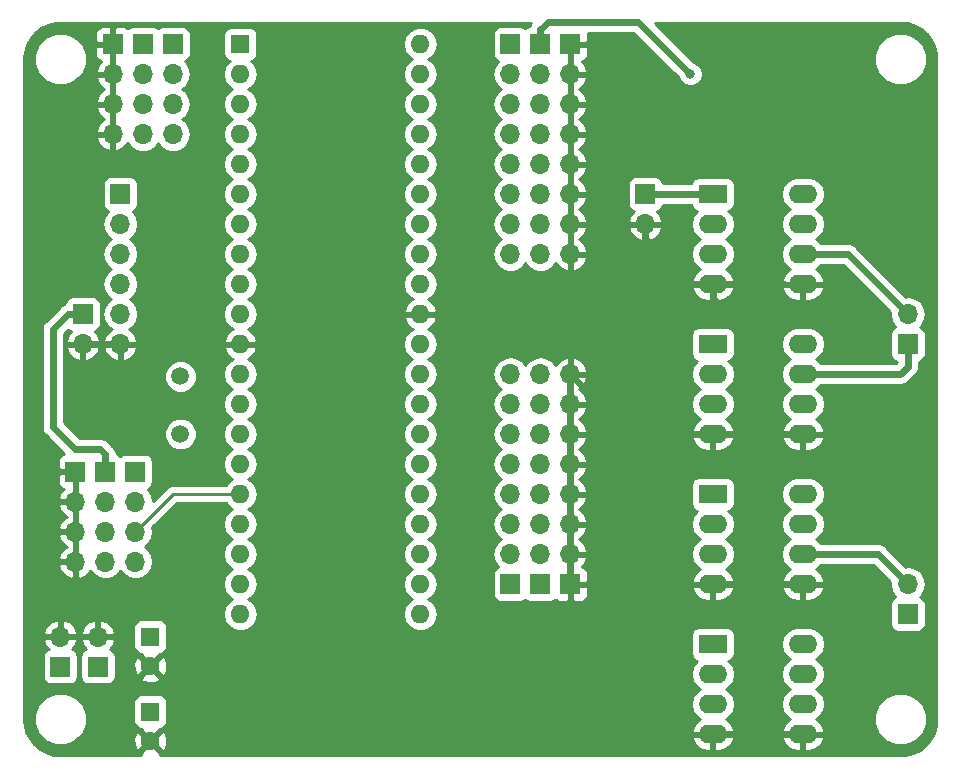
<source format=gbl>
G04 #@! TF.GenerationSoftware,KiCad,Pcbnew,5.0.1-33cea8e~68~ubuntu18.04.1*
G04 #@! TF.CreationDate,2018-11-06T22:13:59+01:00*
G04 #@! TF.ProjectId,puenteH,7075656E7465482E6B696361645F7063,rev?*
G04 #@! TF.SameCoordinates,Original*
G04 #@! TF.FileFunction,Copper,L2,Bot,Signal*
G04 #@! TF.FilePolarity,Positive*
%FSLAX46Y46*%
G04 Gerber Fmt 4.6, Leading zero omitted, Abs format (unit mm)*
G04 Created by KiCad (PCBNEW 5.0.1-33cea8e~68~ubuntu18.04.1) date mar 06 nov 2018 22:13:59 CET*
%MOMM*%
%LPD*%
G01*
G04 APERTURE LIST*
G04 #@! TA.AperFunction,ComponentPad*
%ADD10R,2.400000X1.600000*%
G04 #@! TD*
G04 #@! TA.AperFunction,ComponentPad*
%ADD11O,2.400000X1.600000*%
G04 #@! TD*
G04 #@! TA.AperFunction,ComponentPad*
%ADD12R,1.700000X1.700000*%
G04 #@! TD*
G04 #@! TA.AperFunction,ComponentPad*
%ADD13O,1.700000X1.700000*%
G04 #@! TD*
G04 #@! TA.AperFunction,ComponentPad*
%ADD14R,1.600000X1.600000*%
G04 #@! TD*
G04 #@! TA.AperFunction,ComponentPad*
%ADD15O,1.600000X1.600000*%
G04 #@! TD*
G04 #@! TA.AperFunction,ComponentPad*
%ADD16C,1.500000*%
G04 #@! TD*
G04 #@! TA.AperFunction,ComponentPad*
%ADD17C,1.600000*%
G04 #@! TD*
G04 #@! TA.AperFunction,ViaPad*
%ADD18C,0.800000*%
G04 #@! TD*
G04 #@! TA.AperFunction,Conductor*
%ADD19C,0.600000*%
G04 #@! TD*
G04 #@! TA.AperFunction,Conductor*
%ADD20C,0.250000*%
G04 #@! TD*
G04 #@! TA.AperFunction,Conductor*
%ADD21C,0.254000*%
G04 #@! TD*
G04 APERTURE END LIST*
D10*
G04 #@! TO.P,U4,1*
G04 #@! TO.N,+BATT*
X133985000Y-78740000D03*
D11*
G04 #@! TO.P,U4,5*
G04 #@! TO.N,GND*
X141605000Y-86360000D03*
G04 #@! TO.P,U4,2*
G04 #@! TO.N,MOTOR2A*
X133985000Y-81280000D03*
G04 #@! TO.P,U4,6*
G04 #@! TO.N,Net-(D5-Pad2)*
X141605000Y-83820000D03*
G04 #@! TO.P,U4,3*
G04 #@! TO.N,Net-(U4-Pad3)*
X133985000Y-83820000D03*
G04 #@! TO.P,U4,7*
G04 #@! TO.N,Net-(D5-Pad2)*
X141605000Y-81280000D03*
G04 #@! TO.P,U4,4*
G04 #@! TO.N,GND*
X133985000Y-86360000D03*
G04 #@! TO.P,U4,8*
G04 #@! TO.N,+BATT*
X141605000Y-78740000D03*
G04 #@! TD*
D12*
G04 #@! TO.P,J1,1*
G04 #@! TO.N,MOSI*
X83820000Y-66040000D03*
D13*
G04 #@! TO.P,J1,2*
G04 #@! TO.N,MISO*
X83820000Y-68580000D03*
G04 #@! TO.P,J1,3*
G04 #@! TO.N,SCK*
X83820000Y-71120000D03*
G04 #@! TO.P,J1,4*
G04 #@! TO.N,RESET*
X83820000Y-73660000D03*
G04 #@! TO.P,J1,5*
G04 #@! TO.N,+5V*
X83820000Y-76200000D03*
G04 #@! TO.P,J1,6*
G04 #@! TO.N,GND*
X83820000Y-78740000D03*
G04 #@! TD*
G04 #@! TO.P,J2,2*
G04 #@! TO.N,GND*
X80645000Y-78740000D03*
D12*
G04 #@! TO.P,J2,1*
G04 #@! TO.N,+5V*
X80645000Y-76200000D03*
G04 #@! TD*
G04 #@! TO.P,J3,1*
G04 #@! TO.N,V_EXT*
X116840000Y-53340000D03*
D13*
G04 #@! TO.P,J3,2*
G04 #@! TO.N,Net-(J3-Pad2)*
X116840000Y-55880000D03*
G04 #@! TO.P,J3,3*
G04 #@! TO.N,Net-(J3-Pad3)*
X116840000Y-58420000D03*
G04 #@! TO.P,J3,4*
G04 #@! TO.N,Net-(J3-Pad4)*
X116840000Y-60960000D03*
G04 #@! TO.P,J3,5*
G04 #@! TO.N,Net-(J3-Pad5)*
X116840000Y-63500000D03*
G04 #@! TO.P,J3,6*
G04 #@! TO.N,Net-(J3-Pad6)*
X116840000Y-66040000D03*
G04 #@! TO.P,J3,7*
G04 #@! TO.N,Net-(J3-Pad7)*
X116840000Y-68580000D03*
G04 #@! TO.P,J3,8*
G04 #@! TO.N,Net-(J3-Pad8)*
X116840000Y-71120000D03*
G04 #@! TD*
D12*
G04 #@! TO.P,J4,1*
G04 #@! TO.N,Net-(J4-Pad1)*
X88265000Y-53340000D03*
D13*
G04 #@! TO.P,J4,2*
G04 #@! TO.N,Net-(J4-Pad2)*
X88265000Y-55880000D03*
G04 #@! TO.P,J4,3*
G04 #@! TO.N,Net-(J4-Pad3)*
X88265000Y-58420000D03*
G04 #@! TO.P,J4,4*
G04 #@! TO.N,Net-(J4-Pad4)*
X88265000Y-60960000D03*
G04 #@! TD*
G04 #@! TO.P,J8,8*
G04 #@! TO.N,+5V*
X119380000Y-71120000D03*
G04 #@! TO.P,J8,7*
X119380000Y-68580000D03*
G04 #@! TO.P,J8,6*
X119380000Y-66040000D03*
G04 #@! TO.P,J8,5*
X119380000Y-63500000D03*
G04 #@! TO.P,J8,4*
X119380000Y-60960000D03*
G04 #@! TO.P,J8,3*
X119380000Y-58420000D03*
G04 #@! TO.P,J8,2*
X119380000Y-55880000D03*
D12*
G04 #@! TO.P,J8,1*
X119380000Y-53340000D03*
G04 #@! TD*
D13*
G04 #@! TO.P,J9,4*
G04 #@! TO.N,+5V*
X85725000Y-60960000D03*
G04 #@! TO.P,J9,3*
X85725000Y-58420000D03*
G04 #@! TO.P,J9,2*
X85725000Y-55880000D03*
D12*
G04 #@! TO.P,J9,1*
X85725000Y-53340000D03*
G04 #@! TD*
G04 #@! TO.P,J13,1*
G04 #@! TO.N,GND*
X121920000Y-53340000D03*
D13*
G04 #@! TO.P,J13,2*
X121920000Y-55880000D03*
G04 #@! TO.P,J13,3*
X121920000Y-58420000D03*
G04 #@! TO.P,J13,4*
X121920000Y-60960000D03*
G04 #@! TO.P,J13,5*
X121920000Y-63500000D03*
G04 #@! TO.P,J13,6*
X121920000Y-66040000D03*
G04 #@! TO.P,J13,7*
X121920000Y-68580000D03*
G04 #@! TO.P,J13,8*
X121920000Y-71120000D03*
G04 #@! TD*
D12*
G04 #@! TO.P,J14,1*
G04 #@! TO.N,GND*
X83185000Y-53340000D03*
D13*
G04 #@! TO.P,J14,2*
X83185000Y-55880000D03*
G04 #@! TO.P,J14,3*
X83185000Y-58420000D03*
G04 #@! TO.P,J14,4*
X83185000Y-60960000D03*
G04 #@! TD*
G04 #@! TO.P,J18,4*
G04 #@! TO.N,TX2*
X85090000Y-97155000D03*
G04 #@! TO.P,J18,3*
G04 #@! TO.N,RX2*
X85090000Y-94615000D03*
G04 #@! TO.P,J18,2*
G04 #@! TO.N,TX1*
X85090000Y-92075000D03*
D12*
G04 #@! TO.P,J18,1*
G04 #@! TO.N,RX1*
X85090000Y-89535000D03*
G04 #@! TD*
G04 #@! TO.P,J19,1*
G04 #@! TO.N,+5V*
X82550000Y-89535000D03*
D13*
G04 #@! TO.P,J19,2*
X82550000Y-92075000D03*
G04 #@! TO.P,J19,3*
X82550000Y-94615000D03*
G04 #@! TO.P,J19,4*
X82550000Y-97155000D03*
G04 #@! TD*
G04 #@! TO.P,J20,4*
G04 #@! TO.N,GND*
X80010000Y-97155000D03*
G04 #@! TO.P,J20,3*
X80010000Y-94615000D03*
G04 #@! TO.P,J20,2*
X80010000Y-92075000D03*
D12*
G04 #@! TO.P,J20,1*
X80010000Y-89535000D03*
G04 #@! TD*
G04 #@! TO.P,J21,1*
G04 #@! TO.N,+BATT*
X128270000Y-66040000D03*
D13*
G04 #@! TO.P,J21,2*
G04 #@! TO.N,GND*
X128270000Y-68580000D03*
G04 #@! TD*
D12*
G04 #@! TO.P,J22,1*
G04 #@! TO.N,Net-(D5-Pad2)*
X150495000Y-78740000D03*
D13*
G04 #@! TO.P,J22,2*
G04 #@! TO.N,Net-(D6-Pad2)*
X150495000Y-76200000D03*
G04 #@! TD*
G04 #@! TO.P,J23,2*
G04 #@! TO.N,Net-(D4-Pad2)*
X150495000Y-99060000D03*
D12*
G04 #@! TO.P,J23,1*
G04 #@! TO.N,Net-(D3-Pad2)*
X150495000Y-101600000D03*
G04 #@! TD*
D14*
G04 #@! TO.P,U1,1*
G04 #@! TO.N,STATUS_LED*
X93980000Y-53340000D03*
D15*
G04 #@! TO.P,U1,21*
G04 #@! TO.N,MOTOR2B*
X109220000Y-101600000D03*
G04 #@! TO.P,U1,2*
G04 #@! TO.N,Net-(J4-Pad1)*
X93980000Y-55880000D03*
G04 #@! TO.P,U1,22*
G04 #@! TO.N,Net-(J5-Pad1)*
X109220000Y-99060000D03*
G04 #@! TO.P,U1,3*
G04 #@! TO.N,Net-(J4-Pad2)*
X93980000Y-58420000D03*
G04 #@! TO.P,U1,23*
G04 #@! TO.N,Net-(J5-Pad2)*
X109220000Y-96520000D03*
G04 #@! TO.P,U1,4*
G04 #@! TO.N,Net-(J4-Pad3)*
X93980000Y-60960000D03*
G04 #@! TO.P,U1,24*
G04 #@! TO.N,Net-(J5-Pad3)*
X109220000Y-93980000D03*
G04 #@! TO.P,U1,5*
G04 #@! TO.N,Net-(J4-Pad4)*
X93980000Y-63500000D03*
G04 #@! TO.P,U1,25*
G04 #@! TO.N,Net-(J5-Pad4)*
X109220000Y-91440000D03*
G04 #@! TO.P,U1,6*
G04 #@! TO.N,MOSI*
X93980000Y-66040000D03*
G04 #@! TO.P,U1,26*
G04 #@! TO.N,Net-(J5-Pad5)*
X109220000Y-88900000D03*
G04 #@! TO.P,U1,7*
G04 #@! TO.N,MISO*
X93980000Y-68580000D03*
G04 #@! TO.P,U1,27*
G04 #@! TO.N,Net-(J5-Pad6)*
X109220000Y-86360000D03*
G04 #@! TO.P,U1,8*
G04 #@! TO.N,SCK*
X93980000Y-71120000D03*
G04 #@! TO.P,U1,28*
G04 #@! TO.N,Net-(J5-Pad7)*
X109220000Y-83820000D03*
G04 #@! TO.P,U1,9*
G04 #@! TO.N,RESET*
X93980000Y-73660000D03*
G04 #@! TO.P,U1,29*
G04 #@! TO.N,Net-(J5-Pad8)*
X109220000Y-81280000D03*
G04 #@! TO.P,U1,10*
G04 #@! TO.N,+5V*
X93980000Y-76200000D03*
G04 #@! TO.P,U1,30*
X109220000Y-78740000D03*
G04 #@! TO.P,U1,11*
G04 #@! TO.N,GND*
X93980000Y-78740000D03*
G04 #@! TO.P,U1,31*
X109220000Y-76200000D03*
G04 #@! TO.P,U1,12*
G04 #@! TO.N,Net-(C2-Pad1)*
X93980000Y-81280000D03*
G04 #@! TO.P,U1,32*
G04 #@! TO.N,Net-(U1-Pad32)*
X109220000Y-73660000D03*
G04 #@! TO.P,U1,13*
G04 #@! TO.N,Net-(C1-Pad1)*
X93980000Y-83820000D03*
G04 #@! TO.P,U1,33*
G04 #@! TO.N,Net-(J3-Pad8)*
X109220000Y-71120000D03*
G04 #@! TO.P,U1,14*
G04 #@! TO.N,RX1*
X93980000Y-86360000D03*
G04 #@! TO.P,U1,34*
G04 #@! TO.N,Net-(J3-Pad7)*
X109220000Y-68580000D03*
G04 #@! TO.P,U1,15*
G04 #@! TO.N,TX1_INT*
X93980000Y-88900000D03*
G04 #@! TO.P,U1,35*
G04 #@! TO.N,Net-(J3-Pad6)*
X109220000Y-66040000D03*
G04 #@! TO.P,U1,16*
G04 #@! TO.N,RX2*
X93980000Y-91440000D03*
G04 #@! TO.P,U1,36*
G04 #@! TO.N,Net-(J3-Pad5)*
X109220000Y-63500000D03*
G04 #@! TO.P,U1,17*
G04 #@! TO.N,TX2_INT*
X93980000Y-93980000D03*
G04 #@! TO.P,U1,37*
G04 #@! TO.N,Net-(J3-Pad4)*
X109220000Y-60960000D03*
G04 #@! TO.P,U1,18*
G04 #@! TO.N,MOTOR2A*
X93980000Y-96520000D03*
G04 #@! TO.P,U1,38*
G04 #@! TO.N,Net-(J3-Pad3)*
X109220000Y-58420000D03*
G04 #@! TO.P,U1,19*
G04 #@! TO.N,MOTOR1B*
X93980000Y-99060000D03*
G04 #@! TO.P,U1,39*
G04 #@! TO.N,Net-(J3-Pad2)*
X109220000Y-55880000D03*
G04 #@! TO.P,U1,20*
G04 #@! TO.N,MOTOR1A*
X93980000Y-101600000D03*
G04 #@! TO.P,U1,40*
G04 #@! TO.N,V_IN*
X109220000Y-53340000D03*
G04 #@! TD*
D16*
G04 #@! TO.P,Y1,1*
G04 #@! TO.N,Net-(C1-Pad1)*
X88900000Y-86360000D03*
G04 #@! TO.P,Y1,2*
G04 #@! TO.N,Net-(C2-Pad1)*
X88900000Y-81480000D03*
G04 #@! TD*
D12*
G04 #@! TO.P,J5,1*
G04 #@! TO.N,Net-(J5-Pad1)*
X116840000Y-99060000D03*
D13*
G04 #@! TO.P,J5,2*
G04 #@! TO.N,Net-(J5-Pad2)*
X116840000Y-96520000D03*
G04 #@! TO.P,J5,3*
G04 #@! TO.N,Net-(J5-Pad3)*
X116840000Y-93980000D03*
G04 #@! TO.P,J5,4*
G04 #@! TO.N,Net-(J5-Pad4)*
X116840000Y-91440000D03*
G04 #@! TO.P,J5,5*
G04 #@! TO.N,Net-(J5-Pad5)*
X116840000Y-88900000D03*
G04 #@! TO.P,J5,6*
G04 #@! TO.N,Net-(J5-Pad6)*
X116840000Y-86360000D03*
G04 #@! TO.P,J5,7*
G04 #@! TO.N,Net-(J5-Pad7)*
X116840000Y-83820000D03*
G04 #@! TO.P,J5,8*
G04 #@! TO.N,Net-(J5-Pad8)*
X116840000Y-81280000D03*
G04 #@! TD*
D12*
G04 #@! TO.P,J10,1*
G04 #@! TO.N,+5V*
X119380000Y-99060000D03*
D13*
G04 #@! TO.P,J10,2*
X119380000Y-96520000D03*
G04 #@! TO.P,J10,3*
X119380000Y-93980000D03*
G04 #@! TO.P,J10,4*
X119380000Y-91440000D03*
G04 #@! TO.P,J10,5*
X119380000Y-88900000D03*
G04 #@! TO.P,J10,6*
X119380000Y-86360000D03*
G04 #@! TO.P,J10,7*
X119380000Y-83820000D03*
G04 #@! TO.P,J10,8*
X119380000Y-81280000D03*
G04 #@! TD*
G04 #@! TO.P,J15,8*
G04 #@! TO.N,GND*
X121920000Y-81280000D03*
G04 #@! TO.P,J15,7*
X121920000Y-83820000D03*
G04 #@! TO.P,J15,6*
X121920000Y-86360000D03*
G04 #@! TO.P,J15,5*
X121920000Y-88900000D03*
G04 #@! TO.P,J15,4*
X121920000Y-91440000D03*
G04 #@! TO.P,J15,3*
X121920000Y-93980000D03*
G04 #@! TO.P,J15,2*
X121920000Y-96520000D03*
D12*
G04 #@! TO.P,J15,1*
X121920000Y-99060000D03*
G04 #@! TD*
D10*
G04 #@! TO.P,U2,1*
G04 #@! TO.N,+BATT*
X133985000Y-104140000D03*
D11*
G04 #@! TO.P,U2,5*
G04 #@! TO.N,GND*
X141605000Y-111760000D03*
G04 #@! TO.P,U2,2*
G04 #@! TO.N,MOTOR1A*
X133985000Y-106680000D03*
G04 #@! TO.P,U2,6*
G04 #@! TO.N,Net-(D3-Pad2)*
X141605000Y-109220000D03*
G04 #@! TO.P,U2,3*
G04 #@! TO.N,Net-(U2-Pad3)*
X133985000Y-109220000D03*
G04 #@! TO.P,U2,7*
G04 #@! TO.N,Net-(D3-Pad2)*
X141605000Y-106680000D03*
G04 #@! TO.P,U2,4*
G04 #@! TO.N,GND*
X133985000Y-111760000D03*
G04 #@! TO.P,U2,8*
G04 #@! TO.N,+BATT*
X141605000Y-104140000D03*
G04 #@! TD*
G04 #@! TO.P,U3,8*
G04 #@! TO.N,+BATT*
X141605000Y-91440000D03*
G04 #@! TO.P,U3,4*
G04 #@! TO.N,GND*
X133985000Y-99060000D03*
G04 #@! TO.P,U3,7*
G04 #@! TO.N,Net-(D4-Pad2)*
X141605000Y-93980000D03*
G04 #@! TO.P,U3,3*
G04 #@! TO.N,Net-(U3-Pad3)*
X133985000Y-96520000D03*
G04 #@! TO.P,U3,6*
G04 #@! TO.N,Net-(D4-Pad2)*
X141605000Y-96520000D03*
G04 #@! TO.P,U3,2*
G04 #@! TO.N,MOTOR1B*
X133985000Y-93980000D03*
G04 #@! TO.P,U3,5*
G04 #@! TO.N,GND*
X141605000Y-99060000D03*
D10*
G04 #@! TO.P,U3,1*
G04 #@! TO.N,+BATT*
X133985000Y-91440000D03*
G04 #@! TD*
D11*
G04 #@! TO.P,U5,8*
G04 #@! TO.N,+BATT*
X141605000Y-66040000D03*
G04 #@! TO.P,U5,4*
G04 #@! TO.N,GND*
X133985000Y-73660000D03*
G04 #@! TO.P,U5,7*
G04 #@! TO.N,Net-(D6-Pad2)*
X141605000Y-68580000D03*
G04 #@! TO.P,U5,3*
G04 #@! TO.N,Net-(U5-Pad3)*
X133985000Y-71120000D03*
G04 #@! TO.P,U5,6*
G04 #@! TO.N,Net-(D6-Pad2)*
X141605000Y-71120000D03*
G04 #@! TO.P,U5,2*
G04 #@! TO.N,MOTOR2B*
X133985000Y-68580000D03*
G04 #@! TO.P,U5,5*
G04 #@! TO.N,GND*
X141605000Y-73660000D03*
D10*
G04 #@! TO.P,U5,1*
G04 #@! TO.N,+BATT*
X133985000Y-66040000D03*
G04 #@! TD*
D14*
G04 #@! TO.P,C4,1*
G04 #@! TO.N,+5V*
X86360000Y-103505000D03*
D17*
G04 #@! TO.P,C4,2*
G04 #@! TO.N,GND*
X86360000Y-106005000D03*
G04 #@! TD*
D12*
G04 #@! TO.P,J6,1*
G04 #@! TO.N,Net-(C6-Pad1)*
X81915000Y-106045000D03*
D13*
G04 #@! TO.P,J6,2*
G04 #@! TO.N,GND*
X81915000Y-103505000D03*
G04 #@! TD*
G04 #@! TO.P,J7,2*
G04 #@! TO.N,GND*
X78740000Y-103505000D03*
D12*
G04 #@! TO.P,J7,1*
G04 #@! TO.N,Net-(C6-Pad1)*
X78740000Y-106045000D03*
G04 #@! TD*
D14*
G04 #@! TO.P,C7,1*
G04 #@! TO.N,Net-(C6-Pad1)*
X86360000Y-109855000D03*
D17*
G04 #@! TO.P,C7,2*
G04 #@! TO.N,GND*
X86360000Y-112355000D03*
G04 #@! TD*
D18*
G04 #@! TO.N,GND*
X99060000Y-78994000D03*
X87376000Y-94615000D03*
X87376000Y-99695000D03*
X79756000Y-82550000D03*
X79756000Y-85090000D03*
X99695000Y-70485000D03*
X89281000Y-106299000D03*
X89281000Y-108077000D03*
X97409000Y-104775000D03*
X98425000Y-104775000D03*
X132969000Y-60325000D03*
X114681000Y-52324000D03*
G04 #@! TO.N,+5V*
X132080000Y-55880000D03*
G04 #@! TD*
D19*
G04 #@! TO.N,GND*
X83820000Y-78740000D02*
X80645000Y-78740000D01*
X121920000Y-85070000D02*
X121920000Y-96520000D01*
X121920000Y-83820000D02*
X121920000Y-85070000D01*
X141605000Y-111760000D02*
X133985000Y-111760000D01*
X141605000Y-99060000D02*
X133985000Y-99060000D01*
X141605000Y-86360000D02*
X133985000Y-86360000D01*
X140005000Y-73660000D02*
X133985000Y-73660000D01*
X133985000Y-111760000D02*
X136525000Y-111760000D01*
X136525000Y-111760000D02*
X137795000Y-110490000D01*
X133985000Y-74860000D02*
X133985000Y-73660000D01*
X137795000Y-78670000D02*
X133985000Y-74860000D01*
X133985000Y-99060000D02*
X135585000Y-99060000D01*
X137795000Y-110490000D02*
X137795000Y-99060000D01*
X135585000Y-99060000D02*
X137795000Y-99060000D01*
X133985000Y-86360000D02*
X137795000Y-86360000D01*
X137795000Y-99060000D02*
X137795000Y-86360000D01*
X137795000Y-86360000D02*
X137795000Y-78670000D01*
X127000000Y-86360000D02*
X133985000Y-86360000D01*
X121920000Y-81280000D02*
X127000000Y-86360000D01*
X132385000Y-73660000D02*
X133985000Y-73660000D01*
X132147919Y-73660000D02*
X132385000Y-73660000D01*
X128270000Y-69782081D02*
X132147919Y-73660000D01*
X128270000Y-68580000D02*
X128270000Y-69782081D01*
X121920000Y-96520000D02*
X121920000Y-99060000D01*
X121920000Y-81280000D02*
X121920000Y-83820000D01*
G04 #@! TO.N,+5V*
X79395000Y-76200000D02*
X78105000Y-77490000D01*
X80645000Y-76200000D02*
X79395000Y-76200000D01*
X78105000Y-85745000D02*
X80010000Y-87650000D01*
X78105000Y-77490000D02*
X78105000Y-85745000D01*
X119380000Y-52090000D02*
X119400000Y-52070000D01*
X119380000Y-53340000D02*
X119380000Y-52090000D01*
X119400000Y-52070000D02*
X119400000Y-52050000D01*
X119400000Y-52050000D02*
X120015000Y-51435000D01*
X120015000Y-51435000D02*
X127635000Y-51435000D01*
X127635000Y-51435000D02*
X132080000Y-55880000D01*
X82115000Y-87650000D02*
X80010000Y-87650000D01*
X82550000Y-88085000D02*
X82115000Y-87650000D01*
X82550000Y-89535000D02*
X82550000Y-88085000D01*
G04 #@! TO.N,+BATT*
X128270000Y-66040000D02*
X133985000Y-66040000D01*
G04 #@! TO.N,Net-(D4-Pad2)*
X147955000Y-96520000D02*
X150495000Y-99060000D01*
X141605000Y-96520000D02*
X147955000Y-96520000D01*
G04 #@! TO.N,Net-(D5-Pad2)*
X150495000Y-80645000D02*
X150495000Y-78740000D01*
X141605000Y-81280000D02*
X149860000Y-81280000D01*
X149860000Y-81280000D02*
X150495000Y-80645000D01*
G04 #@! TO.N,Net-(D6-Pad2)*
X145415000Y-71120000D02*
X150495000Y-76200000D01*
X141605000Y-71120000D02*
X145415000Y-71120000D01*
D20*
G04 #@! TO.N,RX2*
X88265000Y-91440000D02*
X93980000Y-91440000D01*
X85090000Y-94615000D02*
X88265000Y-91440000D01*
G04 #@! TD*
D21*
G04 #@! TO.N,GND*
G36*
X118519250Y-51685181D02*
X118516398Y-51699518D01*
X118499250Y-51725182D01*
X118473673Y-51853764D01*
X118282235Y-51891843D01*
X118110000Y-52006928D01*
X117937765Y-51891843D01*
X117690000Y-51842560D01*
X115990000Y-51842560D01*
X115742235Y-51891843D01*
X115532191Y-52032191D01*
X115391843Y-52242235D01*
X115342560Y-52490000D01*
X115342560Y-54190000D01*
X115391843Y-54437765D01*
X115532191Y-54647809D01*
X115742235Y-54788157D01*
X115787619Y-54797184D01*
X115769375Y-54809375D01*
X115441161Y-55300582D01*
X115325908Y-55880000D01*
X115441161Y-56459418D01*
X115769375Y-56950625D01*
X116067761Y-57150000D01*
X115769375Y-57349375D01*
X115441161Y-57840582D01*
X115325908Y-58420000D01*
X115441161Y-58999418D01*
X115769375Y-59490625D01*
X116067761Y-59690000D01*
X115769375Y-59889375D01*
X115441161Y-60380582D01*
X115325908Y-60960000D01*
X115441161Y-61539418D01*
X115769375Y-62030625D01*
X116067761Y-62230000D01*
X115769375Y-62429375D01*
X115441161Y-62920582D01*
X115325908Y-63500000D01*
X115441161Y-64079418D01*
X115769375Y-64570625D01*
X116067761Y-64770000D01*
X115769375Y-64969375D01*
X115441161Y-65460582D01*
X115325908Y-66040000D01*
X115441161Y-66619418D01*
X115769375Y-67110625D01*
X116067761Y-67310000D01*
X115769375Y-67509375D01*
X115441161Y-68000582D01*
X115325908Y-68580000D01*
X115441161Y-69159418D01*
X115769375Y-69650625D01*
X116067761Y-69850000D01*
X115769375Y-70049375D01*
X115441161Y-70540582D01*
X115325908Y-71120000D01*
X115441161Y-71699418D01*
X115769375Y-72190625D01*
X116260582Y-72518839D01*
X116693744Y-72605000D01*
X116986256Y-72605000D01*
X117419418Y-72518839D01*
X117910625Y-72190625D01*
X118110000Y-71892239D01*
X118309375Y-72190625D01*
X118800582Y-72518839D01*
X119233744Y-72605000D01*
X119526256Y-72605000D01*
X119959418Y-72518839D01*
X120450625Y-72190625D01*
X120651353Y-71890214D01*
X121038642Y-72315183D01*
X121563108Y-72561486D01*
X121793000Y-72440819D01*
X121793000Y-71247000D01*
X122047000Y-71247000D01*
X122047000Y-72440819D01*
X122276892Y-72561486D01*
X122801358Y-72315183D01*
X123191645Y-71886924D01*
X123361476Y-71476890D01*
X123240155Y-71247000D01*
X122047000Y-71247000D01*
X121793000Y-71247000D01*
X121773000Y-71247000D01*
X121773000Y-70993000D01*
X121793000Y-70993000D01*
X121793000Y-68707000D01*
X122047000Y-68707000D01*
X122047000Y-70993000D01*
X123240155Y-70993000D01*
X123361476Y-70763110D01*
X123191645Y-70353076D01*
X122801358Y-69924817D01*
X122642046Y-69850000D01*
X122801358Y-69775183D01*
X123191645Y-69346924D01*
X123361476Y-68936890D01*
X126828524Y-68936890D01*
X126998355Y-69346924D01*
X127388642Y-69775183D01*
X127913108Y-70021486D01*
X128143000Y-69900819D01*
X128143000Y-68707000D01*
X128397000Y-68707000D01*
X128397000Y-69900819D01*
X128626892Y-70021486D01*
X129151358Y-69775183D01*
X129541645Y-69346924D01*
X129711476Y-68936890D01*
X129590155Y-68707000D01*
X128397000Y-68707000D01*
X128143000Y-68707000D01*
X126949845Y-68707000D01*
X126828524Y-68936890D01*
X123361476Y-68936890D01*
X123240155Y-68707000D01*
X122047000Y-68707000D01*
X121793000Y-68707000D01*
X121773000Y-68707000D01*
X121773000Y-68453000D01*
X121793000Y-68453000D01*
X121793000Y-66167000D01*
X122047000Y-66167000D01*
X122047000Y-68453000D01*
X123240155Y-68453000D01*
X123361476Y-68223110D01*
X123191645Y-67813076D01*
X122801358Y-67384817D01*
X122642046Y-67310000D01*
X122801358Y-67235183D01*
X123191645Y-66806924D01*
X123361476Y-66396890D01*
X123240155Y-66167000D01*
X122047000Y-66167000D01*
X121793000Y-66167000D01*
X121773000Y-66167000D01*
X121773000Y-65913000D01*
X121793000Y-65913000D01*
X121793000Y-63627000D01*
X122047000Y-63627000D01*
X122047000Y-65913000D01*
X123240155Y-65913000D01*
X123361476Y-65683110D01*
X123191645Y-65273076D01*
X123115936Y-65190000D01*
X126772560Y-65190000D01*
X126772560Y-66890000D01*
X126821843Y-67137765D01*
X126962191Y-67347809D01*
X127172235Y-67488157D01*
X127275708Y-67508739D01*
X126998355Y-67813076D01*
X126828524Y-68223110D01*
X126949845Y-68453000D01*
X128143000Y-68453000D01*
X128143000Y-68433000D01*
X128397000Y-68433000D01*
X128397000Y-68453000D01*
X129590155Y-68453000D01*
X129711476Y-68223110D01*
X129541645Y-67813076D01*
X129264292Y-67508739D01*
X129367765Y-67488157D01*
X129577809Y-67347809D01*
X129718157Y-67137765D01*
X129750533Y-66975000D01*
X132164413Y-66975000D01*
X132186843Y-67087765D01*
X132327191Y-67297809D01*
X132537235Y-67438157D01*
X132671106Y-67464785D01*
X132550423Y-67545423D01*
X132233260Y-68020091D01*
X132121887Y-68580000D01*
X132233260Y-69139909D01*
X132550423Y-69614577D01*
X132902758Y-69850000D01*
X132550423Y-70085423D01*
X132233260Y-70560091D01*
X132121887Y-71120000D01*
X132233260Y-71679909D01*
X132550423Y-72154577D01*
X132906499Y-72392499D01*
X132480500Y-72735104D01*
X132210633Y-73228181D01*
X132193096Y-73310961D01*
X132315085Y-73533000D01*
X133858000Y-73533000D01*
X133858000Y-73513000D01*
X134112000Y-73513000D01*
X134112000Y-73533000D01*
X135654915Y-73533000D01*
X135776904Y-73310961D01*
X135759367Y-73228181D01*
X135489500Y-72735104D01*
X135063501Y-72392499D01*
X135419577Y-72154577D01*
X135736740Y-71679909D01*
X135848113Y-71120000D01*
X135736740Y-70560091D01*
X135419577Y-70085423D01*
X135067242Y-69850000D01*
X135419577Y-69614577D01*
X135736740Y-69139909D01*
X135848113Y-68580000D01*
X135736740Y-68020091D01*
X135419577Y-67545423D01*
X135298894Y-67464785D01*
X135432765Y-67438157D01*
X135642809Y-67297809D01*
X135783157Y-67087765D01*
X135832440Y-66840000D01*
X135832440Y-66040000D01*
X139741887Y-66040000D01*
X139853260Y-66599909D01*
X140170423Y-67074577D01*
X140522758Y-67310000D01*
X140170423Y-67545423D01*
X139853260Y-68020091D01*
X139741887Y-68580000D01*
X139853260Y-69139909D01*
X140170423Y-69614577D01*
X140522758Y-69850000D01*
X140170423Y-70085423D01*
X139853260Y-70560091D01*
X139741887Y-71120000D01*
X139853260Y-71679909D01*
X140170423Y-72154577D01*
X140526499Y-72392499D01*
X140100500Y-72735104D01*
X139830633Y-73228181D01*
X139813096Y-73310961D01*
X139935085Y-73533000D01*
X141478000Y-73533000D01*
X141478000Y-73513000D01*
X141732000Y-73513000D01*
X141732000Y-73533000D01*
X143274915Y-73533000D01*
X143396904Y-73310961D01*
X143379367Y-73228181D01*
X143109500Y-72735104D01*
X142683501Y-72392499D01*
X143039577Y-72154577D01*
X143106112Y-72055000D01*
X145027711Y-72055000D01*
X149012730Y-76040020D01*
X148980908Y-76200000D01*
X149096161Y-76779418D01*
X149424375Y-77270625D01*
X149442619Y-77282816D01*
X149397235Y-77291843D01*
X149187191Y-77432191D01*
X149046843Y-77642235D01*
X148997560Y-77890000D01*
X148997560Y-79590000D01*
X149046843Y-79837765D01*
X149187191Y-80047809D01*
X149397235Y-80188157D01*
X149560000Y-80220533D01*
X149560000Y-80257711D01*
X149472711Y-80345000D01*
X143106112Y-80345000D01*
X143039577Y-80245423D01*
X142687242Y-80010000D01*
X143039577Y-79774577D01*
X143356740Y-79299909D01*
X143468113Y-78740000D01*
X143356740Y-78180091D01*
X143039577Y-77705423D01*
X142564909Y-77388260D01*
X142146333Y-77305000D01*
X141063667Y-77305000D01*
X140645091Y-77388260D01*
X140170423Y-77705423D01*
X139853260Y-78180091D01*
X139741887Y-78740000D01*
X139853260Y-79299909D01*
X140170423Y-79774577D01*
X140522758Y-80010000D01*
X140170423Y-80245423D01*
X139853260Y-80720091D01*
X139741887Y-81280000D01*
X139853260Y-81839909D01*
X140170423Y-82314577D01*
X140522758Y-82550000D01*
X140170423Y-82785423D01*
X139853260Y-83260091D01*
X139741887Y-83820000D01*
X139853260Y-84379909D01*
X140170423Y-84854577D01*
X140526499Y-85092499D01*
X140100500Y-85435104D01*
X139830633Y-85928181D01*
X139813096Y-86010961D01*
X139935085Y-86233000D01*
X141478000Y-86233000D01*
X141478000Y-86213000D01*
X141732000Y-86213000D01*
X141732000Y-86233000D01*
X143274915Y-86233000D01*
X143396904Y-86010961D01*
X143379367Y-85928181D01*
X143109500Y-85435104D01*
X142683501Y-85092499D01*
X143039577Y-84854577D01*
X143356740Y-84379909D01*
X143468113Y-83820000D01*
X143356740Y-83260091D01*
X143039577Y-82785423D01*
X142687242Y-82550000D01*
X143039577Y-82314577D01*
X143106112Y-82215000D01*
X149767914Y-82215000D01*
X149860000Y-82233317D01*
X149952086Y-82215000D01*
X150224819Y-82160750D01*
X150534097Y-81954097D01*
X150586261Y-81876028D01*
X151091028Y-81371261D01*
X151169097Y-81319097D01*
X151375750Y-81009819D01*
X151430000Y-80737086D01*
X151430000Y-80737085D01*
X151448317Y-80645000D01*
X151430000Y-80552914D01*
X151430000Y-80220533D01*
X151592765Y-80188157D01*
X151802809Y-80047809D01*
X151943157Y-79837765D01*
X151992440Y-79590000D01*
X151992440Y-77890000D01*
X151943157Y-77642235D01*
X151802809Y-77432191D01*
X151592765Y-77291843D01*
X151547381Y-77282816D01*
X151565625Y-77270625D01*
X151893839Y-76779418D01*
X152009092Y-76200000D01*
X151893839Y-75620582D01*
X151565625Y-75129375D01*
X151074418Y-74801161D01*
X150641256Y-74715000D01*
X150348744Y-74715000D01*
X150335020Y-74717730D01*
X146141261Y-70523972D01*
X146089097Y-70445903D01*
X145779819Y-70239250D01*
X145507086Y-70185000D01*
X145415000Y-70166683D01*
X145322914Y-70185000D01*
X143106112Y-70185000D01*
X143039577Y-70085423D01*
X142687242Y-69850000D01*
X143039577Y-69614577D01*
X143356740Y-69139909D01*
X143468113Y-68580000D01*
X143356740Y-68020091D01*
X143039577Y-67545423D01*
X142687242Y-67310000D01*
X143039577Y-67074577D01*
X143356740Y-66599909D01*
X143468113Y-66040000D01*
X143356740Y-65480091D01*
X143039577Y-65005423D01*
X142564909Y-64688260D01*
X142146333Y-64605000D01*
X141063667Y-64605000D01*
X140645091Y-64688260D01*
X140170423Y-65005423D01*
X139853260Y-65480091D01*
X139741887Y-66040000D01*
X135832440Y-66040000D01*
X135832440Y-65240000D01*
X135783157Y-64992235D01*
X135642809Y-64782191D01*
X135432765Y-64641843D01*
X135185000Y-64592560D01*
X132785000Y-64592560D01*
X132537235Y-64641843D01*
X132327191Y-64782191D01*
X132186843Y-64992235D01*
X132164413Y-65105000D01*
X129750533Y-65105000D01*
X129718157Y-64942235D01*
X129577809Y-64732191D01*
X129367765Y-64591843D01*
X129120000Y-64542560D01*
X127420000Y-64542560D01*
X127172235Y-64591843D01*
X126962191Y-64732191D01*
X126821843Y-64942235D01*
X126772560Y-65190000D01*
X123115936Y-65190000D01*
X122801358Y-64844817D01*
X122642046Y-64770000D01*
X122801358Y-64695183D01*
X123191645Y-64266924D01*
X123361476Y-63856890D01*
X123240155Y-63627000D01*
X122047000Y-63627000D01*
X121793000Y-63627000D01*
X121773000Y-63627000D01*
X121773000Y-63373000D01*
X121793000Y-63373000D01*
X121793000Y-61087000D01*
X122047000Y-61087000D01*
X122047000Y-63373000D01*
X123240155Y-63373000D01*
X123361476Y-63143110D01*
X123191645Y-62733076D01*
X122801358Y-62304817D01*
X122642046Y-62230000D01*
X122801358Y-62155183D01*
X123191645Y-61726924D01*
X123361476Y-61316890D01*
X123240155Y-61087000D01*
X122047000Y-61087000D01*
X121793000Y-61087000D01*
X121773000Y-61087000D01*
X121773000Y-60833000D01*
X121793000Y-60833000D01*
X121793000Y-58547000D01*
X122047000Y-58547000D01*
X122047000Y-60833000D01*
X123240155Y-60833000D01*
X123361476Y-60603110D01*
X123191645Y-60193076D01*
X122801358Y-59764817D01*
X122642046Y-59690000D01*
X122801358Y-59615183D01*
X123191645Y-59186924D01*
X123361476Y-58776890D01*
X123240155Y-58547000D01*
X122047000Y-58547000D01*
X121793000Y-58547000D01*
X121773000Y-58547000D01*
X121773000Y-58293000D01*
X121793000Y-58293000D01*
X121793000Y-56007000D01*
X122047000Y-56007000D01*
X122047000Y-58293000D01*
X123240155Y-58293000D01*
X123361476Y-58063110D01*
X123191645Y-57653076D01*
X122801358Y-57224817D01*
X122642046Y-57150000D01*
X122801358Y-57075183D01*
X123191645Y-56646924D01*
X123361476Y-56236890D01*
X123240155Y-56007000D01*
X122047000Y-56007000D01*
X121793000Y-56007000D01*
X121773000Y-56007000D01*
X121773000Y-55753000D01*
X121793000Y-55753000D01*
X121793000Y-53467000D01*
X122047000Y-53467000D01*
X122047000Y-55753000D01*
X123240155Y-55753000D01*
X123361476Y-55523110D01*
X123191645Y-55113076D01*
X122920122Y-54815136D01*
X123129698Y-54728327D01*
X123308327Y-54549699D01*
X123405000Y-54316310D01*
X123405000Y-53625750D01*
X123246250Y-53467000D01*
X122047000Y-53467000D01*
X121793000Y-53467000D01*
X121773000Y-53467000D01*
X121773000Y-53213000D01*
X121793000Y-53213000D01*
X121793000Y-53193000D01*
X122047000Y-53193000D01*
X122047000Y-53213000D01*
X123246250Y-53213000D01*
X123405000Y-53054250D01*
X123405000Y-52370000D01*
X127247711Y-52370000D01*
X131102570Y-56224859D01*
X131202569Y-56466280D01*
X131493720Y-56757431D01*
X131874126Y-56915000D01*
X132285874Y-56915000D01*
X132666280Y-56757431D01*
X132957431Y-56466280D01*
X133115000Y-56085874D01*
X133115000Y-55674126D01*
X132957431Y-55293720D01*
X132666280Y-55002569D01*
X132424859Y-54902570D01*
X131687720Y-54165431D01*
X147625000Y-54165431D01*
X147625000Y-55054569D01*
X147965259Y-55876026D01*
X148593974Y-56504741D01*
X149415431Y-56845000D01*
X150304569Y-56845000D01*
X151126026Y-56504741D01*
X151754741Y-55876026D01*
X152095000Y-55054569D01*
X152095000Y-54165431D01*
X151754741Y-53343974D01*
X151126026Y-52715259D01*
X150304569Y-52375000D01*
X149415431Y-52375000D01*
X148593974Y-52715259D01*
X147965259Y-53343974D01*
X147625000Y-54165431D01*
X131687720Y-54165431D01*
X129084289Y-51562000D01*
X150088581Y-51562000D01*
X150477551Y-51601510D01*
X151069883Y-51787135D01*
X151612787Y-52088073D01*
X152084090Y-52492028D01*
X152464540Y-52982503D01*
X152738598Y-53539461D01*
X152897348Y-54148914D01*
X152908000Y-54287347D01*
X152908000Y-110718581D01*
X152868490Y-111107551D01*
X152682864Y-111699885D01*
X152381927Y-112242787D01*
X151977972Y-112714090D01*
X151487500Y-113094539D01*
X150930539Y-113368598D01*
X150321086Y-113527348D01*
X150182653Y-113538000D01*
X87135350Y-113538000D01*
X87188139Y-113362745D01*
X86360000Y-112534605D01*
X85531861Y-113362745D01*
X85584650Y-113538000D01*
X78511419Y-113538000D01*
X78122449Y-113498490D01*
X77530115Y-113312864D01*
X76987213Y-113011927D01*
X76515910Y-112607972D01*
X76135461Y-112117500D01*
X75861402Y-111560539D01*
X75702652Y-110951086D01*
X75692000Y-110812653D01*
X75692000Y-110045431D01*
X76505000Y-110045431D01*
X76505000Y-110934569D01*
X76845259Y-111756026D01*
X77473974Y-112384741D01*
X78295431Y-112725000D01*
X79184569Y-112725000D01*
X80006026Y-112384741D01*
X80252544Y-112138223D01*
X84913035Y-112138223D01*
X84940222Y-112708454D01*
X85106136Y-113109005D01*
X85352255Y-113183139D01*
X86180395Y-112355000D01*
X86539605Y-112355000D01*
X87367745Y-113183139D01*
X87613864Y-113109005D01*
X87806965Y-112571777D01*
X87784903Y-112109039D01*
X132193096Y-112109039D01*
X132210633Y-112191819D01*
X132480500Y-112684896D01*
X132918517Y-113037166D01*
X133458000Y-113195000D01*
X133858000Y-113195000D01*
X133858000Y-111887000D01*
X134112000Y-111887000D01*
X134112000Y-113195000D01*
X134512000Y-113195000D01*
X135051483Y-113037166D01*
X135489500Y-112684896D01*
X135759367Y-112191819D01*
X135776904Y-112109039D01*
X139813096Y-112109039D01*
X139830633Y-112191819D01*
X140100500Y-112684896D01*
X140538517Y-113037166D01*
X141078000Y-113195000D01*
X141478000Y-113195000D01*
X141478000Y-111887000D01*
X141732000Y-111887000D01*
X141732000Y-113195000D01*
X142132000Y-113195000D01*
X142671483Y-113037166D01*
X143109500Y-112684896D01*
X143379367Y-112191819D01*
X143396904Y-112109039D01*
X143274915Y-111887000D01*
X141732000Y-111887000D01*
X141478000Y-111887000D01*
X139935085Y-111887000D01*
X139813096Y-112109039D01*
X135776904Y-112109039D01*
X135654915Y-111887000D01*
X134112000Y-111887000D01*
X133858000Y-111887000D01*
X132315085Y-111887000D01*
X132193096Y-112109039D01*
X87784903Y-112109039D01*
X87779778Y-112001546D01*
X87613864Y-111600995D01*
X87367745Y-111526861D01*
X86539605Y-112355000D01*
X86180395Y-112355000D01*
X85352255Y-111526861D01*
X85106136Y-111600995D01*
X84913035Y-112138223D01*
X80252544Y-112138223D01*
X80634741Y-111756026D01*
X80975000Y-110934569D01*
X80975000Y-110045431D01*
X80634741Y-109223974D01*
X80465767Y-109055000D01*
X84912560Y-109055000D01*
X84912560Y-110655000D01*
X84961843Y-110902765D01*
X85102191Y-111112809D01*
X85312235Y-111253157D01*
X85546187Y-111299693D01*
X85531861Y-111347255D01*
X86360000Y-112175395D01*
X87188139Y-111347255D01*
X87173813Y-111299693D01*
X87407765Y-111253157D01*
X87617809Y-111112809D01*
X87758157Y-110902765D01*
X87807440Y-110655000D01*
X87807440Y-109055000D01*
X87758157Y-108807235D01*
X87617809Y-108597191D01*
X87407765Y-108456843D01*
X87160000Y-108407560D01*
X85560000Y-108407560D01*
X85312235Y-108456843D01*
X85102191Y-108597191D01*
X84961843Y-108807235D01*
X84912560Y-109055000D01*
X80465767Y-109055000D01*
X80006026Y-108595259D01*
X79184569Y-108255000D01*
X78295431Y-108255000D01*
X77473974Y-108595259D01*
X76845259Y-109223974D01*
X76505000Y-110045431D01*
X75692000Y-110045431D01*
X75692000Y-105195000D01*
X77242560Y-105195000D01*
X77242560Y-106895000D01*
X77291843Y-107142765D01*
X77432191Y-107352809D01*
X77642235Y-107493157D01*
X77890000Y-107542440D01*
X79590000Y-107542440D01*
X79837765Y-107493157D01*
X80047809Y-107352809D01*
X80188157Y-107142765D01*
X80237440Y-106895000D01*
X80237440Y-105195000D01*
X80417560Y-105195000D01*
X80417560Y-106895000D01*
X80466843Y-107142765D01*
X80607191Y-107352809D01*
X80817235Y-107493157D01*
X81065000Y-107542440D01*
X82765000Y-107542440D01*
X83012765Y-107493157D01*
X83222809Y-107352809D01*
X83363157Y-107142765D01*
X83389019Y-107012745D01*
X85531861Y-107012745D01*
X85605995Y-107258864D01*
X86143223Y-107451965D01*
X86713454Y-107424778D01*
X87114005Y-107258864D01*
X87188139Y-107012745D01*
X86360000Y-106184605D01*
X85531861Y-107012745D01*
X83389019Y-107012745D01*
X83412440Y-106895000D01*
X83412440Y-105788223D01*
X84913035Y-105788223D01*
X84940222Y-106358454D01*
X85106136Y-106759005D01*
X85352255Y-106833139D01*
X86180395Y-106005000D01*
X86539605Y-106005000D01*
X87367745Y-106833139D01*
X87613864Y-106759005D01*
X87642261Y-106680000D01*
X132121887Y-106680000D01*
X132233260Y-107239909D01*
X132550423Y-107714577D01*
X132902758Y-107950000D01*
X132550423Y-108185423D01*
X132233260Y-108660091D01*
X132121887Y-109220000D01*
X132233260Y-109779909D01*
X132550423Y-110254577D01*
X132906499Y-110492499D01*
X132480500Y-110835104D01*
X132210633Y-111328181D01*
X132193096Y-111410961D01*
X132315085Y-111633000D01*
X133858000Y-111633000D01*
X133858000Y-111613000D01*
X134112000Y-111613000D01*
X134112000Y-111633000D01*
X135654915Y-111633000D01*
X135776904Y-111410961D01*
X135759367Y-111328181D01*
X135489500Y-110835104D01*
X135063501Y-110492499D01*
X135419577Y-110254577D01*
X135736740Y-109779909D01*
X135848113Y-109220000D01*
X135736740Y-108660091D01*
X135419577Y-108185423D01*
X135067242Y-107950000D01*
X135419577Y-107714577D01*
X135736740Y-107239909D01*
X135848113Y-106680000D01*
X135736740Y-106120091D01*
X135419577Y-105645423D01*
X135298894Y-105564785D01*
X135432765Y-105538157D01*
X135642809Y-105397809D01*
X135783157Y-105187765D01*
X135832440Y-104940000D01*
X135832440Y-104140000D01*
X139741887Y-104140000D01*
X139853260Y-104699909D01*
X140170423Y-105174577D01*
X140522758Y-105410000D01*
X140170423Y-105645423D01*
X139853260Y-106120091D01*
X139741887Y-106680000D01*
X139853260Y-107239909D01*
X140170423Y-107714577D01*
X140522758Y-107950000D01*
X140170423Y-108185423D01*
X139853260Y-108660091D01*
X139741887Y-109220000D01*
X139853260Y-109779909D01*
X140170423Y-110254577D01*
X140526499Y-110492499D01*
X140100500Y-110835104D01*
X139830633Y-111328181D01*
X139813096Y-111410961D01*
X139935085Y-111633000D01*
X141478000Y-111633000D01*
X141478000Y-111613000D01*
X141732000Y-111613000D01*
X141732000Y-111633000D01*
X143274915Y-111633000D01*
X143396904Y-111410961D01*
X143379367Y-111328181D01*
X143109500Y-110835104D01*
X142683501Y-110492499D01*
X143039577Y-110254577D01*
X143179323Y-110045431D01*
X147625000Y-110045431D01*
X147625000Y-110934569D01*
X147965259Y-111756026D01*
X148593974Y-112384741D01*
X149415431Y-112725000D01*
X150304569Y-112725000D01*
X151126026Y-112384741D01*
X151754741Y-111756026D01*
X152095000Y-110934569D01*
X152095000Y-110045431D01*
X151754741Y-109223974D01*
X151126026Y-108595259D01*
X150304569Y-108255000D01*
X149415431Y-108255000D01*
X148593974Y-108595259D01*
X147965259Y-109223974D01*
X147625000Y-110045431D01*
X143179323Y-110045431D01*
X143356740Y-109779909D01*
X143468113Y-109220000D01*
X143356740Y-108660091D01*
X143039577Y-108185423D01*
X142687242Y-107950000D01*
X143039577Y-107714577D01*
X143356740Y-107239909D01*
X143468113Y-106680000D01*
X143356740Y-106120091D01*
X143039577Y-105645423D01*
X142687242Y-105410000D01*
X143039577Y-105174577D01*
X143356740Y-104699909D01*
X143468113Y-104140000D01*
X143356740Y-103580091D01*
X143039577Y-103105423D01*
X142564909Y-102788260D01*
X142146333Y-102705000D01*
X141063667Y-102705000D01*
X140645091Y-102788260D01*
X140170423Y-103105423D01*
X139853260Y-103580091D01*
X139741887Y-104140000D01*
X135832440Y-104140000D01*
X135832440Y-103340000D01*
X135783157Y-103092235D01*
X135642809Y-102882191D01*
X135432765Y-102741843D01*
X135185000Y-102692560D01*
X132785000Y-102692560D01*
X132537235Y-102741843D01*
X132327191Y-102882191D01*
X132186843Y-103092235D01*
X132137560Y-103340000D01*
X132137560Y-104940000D01*
X132186843Y-105187765D01*
X132327191Y-105397809D01*
X132537235Y-105538157D01*
X132671106Y-105564785D01*
X132550423Y-105645423D01*
X132233260Y-106120091D01*
X132121887Y-106680000D01*
X87642261Y-106680000D01*
X87806965Y-106221777D01*
X87779778Y-105651546D01*
X87613864Y-105250995D01*
X87367745Y-105176861D01*
X86539605Y-106005000D01*
X86180395Y-106005000D01*
X85352255Y-105176861D01*
X85106136Y-105250995D01*
X84913035Y-105788223D01*
X83412440Y-105788223D01*
X83412440Y-105195000D01*
X83363157Y-104947235D01*
X83222809Y-104737191D01*
X83012765Y-104596843D01*
X82909292Y-104576261D01*
X83186645Y-104271924D01*
X83356476Y-103861890D01*
X83235155Y-103632000D01*
X82042000Y-103632000D01*
X82042000Y-103652000D01*
X81788000Y-103652000D01*
X81788000Y-103632000D01*
X80594845Y-103632000D01*
X80473524Y-103861890D01*
X80643355Y-104271924D01*
X80920708Y-104576261D01*
X80817235Y-104596843D01*
X80607191Y-104737191D01*
X80466843Y-104947235D01*
X80417560Y-105195000D01*
X80237440Y-105195000D01*
X80188157Y-104947235D01*
X80047809Y-104737191D01*
X79837765Y-104596843D01*
X79734292Y-104576261D01*
X80011645Y-104271924D01*
X80181476Y-103861890D01*
X80060155Y-103632000D01*
X78867000Y-103632000D01*
X78867000Y-103652000D01*
X78613000Y-103652000D01*
X78613000Y-103632000D01*
X77419845Y-103632000D01*
X77298524Y-103861890D01*
X77468355Y-104271924D01*
X77745708Y-104576261D01*
X77642235Y-104596843D01*
X77432191Y-104737191D01*
X77291843Y-104947235D01*
X77242560Y-105195000D01*
X75692000Y-105195000D01*
X75692000Y-103148110D01*
X77298524Y-103148110D01*
X77419845Y-103378000D01*
X78613000Y-103378000D01*
X78613000Y-102184181D01*
X78867000Y-102184181D01*
X78867000Y-103378000D01*
X80060155Y-103378000D01*
X80181476Y-103148110D01*
X80473524Y-103148110D01*
X80594845Y-103378000D01*
X81788000Y-103378000D01*
X81788000Y-102184181D01*
X82042000Y-102184181D01*
X82042000Y-103378000D01*
X83235155Y-103378000D01*
X83356476Y-103148110D01*
X83186645Y-102738076D01*
X83156502Y-102705000D01*
X84912560Y-102705000D01*
X84912560Y-104305000D01*
X84961843Y-104552765D01*
X85102191Y-104762809D01*
X85312235Y-104903157D01*
X85546187Y-104949693D01*
X85531861Y-104997255D01*
X86360000Y-105825395D01*
X87188139Y-104997255D01*
X87173813Y-104949693D01*
X87407765Y-104903157D01*
X87617809Y-104762809D01*
X87758157Y-104552765D01*
X87807440Y-104305000D01*
X87807440Y-102705000D01*
X87758157Y-102457235D01*
X87617809Y-102247191D01*
X87407765Y-102106843D01*
X87160000Y-102057560D01*
X85560000Y-102057560D01*
X85312235Y-102106843D01*
X85102191Y-102247191D01*
X84961843Y-102457235D01*
X84912560Y-102705000D01*
X83156502Y-102705000D01*
X82796358Y-102309817D01*
X82271892Y-102063514D01*
X82042000Y-102184181D01*
X81788000Y-102184181D01*
X81558108Y-102063514D01*
X81033642Y-102309817D01*
X80643355Y-102738076D01*
X80473524Y-103148110D01*
X80181476Y-103148110D01*
X80011645Y-102738076D01*
X79621358Y-102309817D01*
X79096892Y-102063514D01*
X78867000Y-102184181D01*
X78613000Y-102184181D01*
X78383108Y-102063514D01*
X77858642Y-102309817D01*
X77468355Y-102738076D01*
X77298524Y-103148110D01*
X75692000Y-103148110D01*
X75692000Y-97511890D01*
X78568524Y-97511890D01*
X78738355Y-97921924D01*
X79128642Y-98350183D01*
X79653108Y-98596486D01*
X79883000Y-98475819D01*
X79883000Y-97282000D01*
X78689845Y-97282000D01*
X78568524Y-97511890D01*
X75692000Y-97511890D01*
X75692000Y-94971890D01*
X78568524Y-94971890D01*
X78738355Y-95381924D01*
X79128642Y-95810183D01*
X79287954Y-95885000D01*
X79128642Y-95959817D01*
X78738355Y-96388076D01*
X78568524Y-96798110D01*
X78689845Y-97028000D01*
X79883000Y-97028000D01*
X79883000Y-94742000D01*
X78689845Y-94742000D01*
X78568524Y-94971890D01*
X75692000Y-94971890D01*
X75692000Y-92431890D01*
X78568524Y-92431890D01*
X78738355Y-92841924D01*
X79128642Y-93270183D01*
X79287954Y-93345000D01*
X79128642Y-93419817D01*
X78738355Y-93848076D01*
X78568524Y-94258110D01*
X78689845Y-94488000D01*
X79883000Y-94488000D01*
X79883000Y-92202000D01*
X78689845Y-92202000D01*
X78568524Y-92431890D01*
X75692000Y-92431890D01*
X75692000Y-89820750D01*
X78525000Y-89820750D01*
X78525000Y-90511310D01*
X78621673Y-90744699D01*
X78800302Y-90923327D01*
X79009878Y-91010136D01*
X78738355Y-91308076D01*
X78568524Y-91718110D01*
X78689845Y-91948000D01*
X79883000Y-91948000D01*
X79883000Y-89662000D01*
X78683750Y-89662000D01*
X78525000Y-89820750D01*
X75692000Y-89820750D01*
X75692000Y-77490000D01*
X77151683Y-77490000D01*
X77170000Y-77582086D01*
X77170001Y-85652910D01*
X77151683Y-85745000D01*
X77224250Y-86109818D01*
X77224251Y-86109819D01*
X77430904Y-86419097D01*
X77508970Y-86471259D01*
X79087710Y-88050000D01*
X79033691Y-88050000D01*
X78800302Y-88146673D01*
X78621673Y-88325301D01*
X78525000Y-88558690D01*
X78525000Y-89249250D01*
X78683750Y-89408000D01*
X79883000Y-89408000D01*
X79883000Y-89388000D01*
X80137000Y-89388000D01*
X80137000Y-89408000D01*
X80157000Y-89408000D01*
X80157000Y-89662000D01*
X80137000Y-89662000D01*
X80137000Y-91948000D01*
X80157000Y-91948000D01*
X80157000Y-92202000D01*
X80137000Y-92202000D01*
X80137000Y-94488000D01*
X80157000Y-94488000D01*
X80157000Y-94742000D01*
X80137000Y-94742000D01*
X80137000Y-97028000D01*
X80157000Y-97028000D01*
X80157000Y-97282000D01*
X80137000Y-97282000D01*
X80137000Y-98475819D01*
X80366892Y-98596486D01*
X80891358Y-98350183D01*
X81278647Y-97925214D01*
X81479375Y-98225625D01*
X81970582Y-98553839D01*
X82403744Y-98640000D01*
X82696256Y-98640000D01*
X83129418Y-98553839D01*
X83620625Y-98225625D01*
X83820000Y-97927239D01*
X84019375Y-98225625D01*
X84510582Y-98553839D01*
X84943744Y-98640000D01*
X85236256Y-98640000D01*
X85669418Y-98553839D01*
X86160625Y-98225625D01*
X86488839Y-97734418D01*
X86604092Y-97155000D01*
X86488839Y-96575582D01*
X86160625Y-96084375D01*
X85862239Y-95885000D01*
X86160625Y-95685625D01*
X86488839Y-95194418D01*
X86604092Y-94615000D01*
X86531209Y-94248592D01*
X88579802Y-92200000D01*
X92761957Y-92200000D01*
X92945423Y-92474577D01*
X93297758Y-92710000D01*
X92945423Y-92945423D01*
X92628260Y-93420091D01*
X92516887Y-93980000D01*
X92628260Y-94539909D01*
X92945423Y-95014577D01*
X93297758Y-95250000D01*
X92945423Y-95485423D01*
X92628260Y-95960091D01*
X92516887Y-96520000D01*
X92628260Y-97079909D01*
X92945423Y-97554577D01*
X93297758Y-97790000D01*
X92945423Y-98025423D01*
X92628260Y-98500091D01*
X92516887Y-99060000D01*
X92628260Y-99619909D01*
X92945423Y-100094577D01*
X93297758Y-100330000D01*
X92945423Y-100565423D01*
X92628260Y-101040091D01*
X92516887Y-101600000D01*
X92628260Y-102159909D01*
X92945423Y-102634577D01*
X93420091Y-102951740D01*
X93838667Y-103035000D01*
X94121333Y-103035000D01*
X94539909Y-102951740D01*
X95014577Y-102634577D01*
X95331740Y-102159909D01*
X95443113Y-101600000D01*
X95331740Y-101040091D01*
X95014577Y-100565423D01*
X94662242Y-100330000D01*
X95014577Y-100094577D01*
X95331740Y-99619909D01*
X95443113Y-99060000D01*
X95331740Y-98500091D01*
X95014577Y-98025423D01*
X94662242Y-97790000D01*
X95014577Y-97554577D01*
X95331740Y-97079909D01*
X95443113Y-96520000D01*
X95331740Y-95960091D01*
X95014577Y-95485423D01*
X94662242Y-95250000D01*
X95014577Y-95014577D01*
X95331740Y-94539909D01*
X95443113Y-93980000D01*
X95331740Y-93420091D01*
X95014577Y-92945423D01*
X94662242Y-92710000D01*
X95014577Y-92474577D01*
X95331740Y-91999909D01*
X95443113Y-91440000D01*
X95331740Y-90880091D01*
X95014577Y-90405423D01*
X94662242Y-90170000D01*
X95014577Y-89934577D01*
X95331740Y-89459909D01*
X95443113Y-88900000D01*
X95331740Y-88340091D01*
X95014577Y-87865423D01*
X94662242Y-87630000D01*
X95014577Y-87394577D01*
X95331740Y-86919909D01*
X95443113Y-86360000D01*
X95331740Y-85800091D01*
X95014577Y-85325423D01*
X94662242Y-85090000D01*
X95014577Y-84854577D01*
X95331740Y-84379909D01*
X95443113Y-83820000D01*
X95331740Y-83260091D01*
X95014577Y-82785423D01*
X94662242Y-82550000D01*
X95014577Y-82314577D01*
X95331740Y-81839909D01*
X95443113Y-81280000D01*
X95331740Y-80720091D01*
X95014577Y-80245423D01*
X94630892Y-79989053D01*
X94835134Y-79892389D01*
X95211041Y-79477423D01*
X95371904Y-79089039D01*
X95249915Y-78867000D01*
X94107000Y-78867000D01*
X94107000Y-78887000D01*
X93853000Y-78887000D01*
X93853000Y-78867000D01*
X92710085Y-78867000D01*
X92588096Y-79089039D01*
X92748959Y-79477423D01*
X93124866Y-79892389D01*
X93329108Y-79989053D01*
X92945423Y-80245423D01*
X92628260Y-80720091D01*
X92516887Y-81280000D01*
X92628260Y-81839909D01*
X92945423Y-82314577D01*
X93297758Y-82550000D01*
X92945423Y-82785423D01*
X92628260Y-83260091D01*
X92516887Y-83820000D01*
X92628260Y-84379909D01*
X92945423Y-84854577D01*
X93297758Y-85090000D01*
X92945423Y-85325423D01*
X92628260Y-85800091D01*
X92516887Y-86360000D01*
X92628260Y-86919909D01*
X92945423Y-87394577D01*
X93297758Y-87630000D01*
X92945423Y-87865423D01*
X92628260Y-88340091D01*
X92516887Y-88900000D01*
X92628260Y-89459909D01*
X92945423Y-89934577D01*
X93297758Y-90170000D01*
X92945423Y-90405423D01*
X92761957Y-90680000D01*
X88339846Y-90680000D01*
X88264999Y-90665112D01*
X88190152Y-90680000D01*
X88190148Y-90680000D01*
X87968463Y-90724096D01*
X87717071Y-90892071D01*
X87674671Y-90955527D01*
X86595980Y-92034218D01*
X86488839Y-91495582D01*
X86160625Y-91004375D01*
X86142381Y-90992184D01*
X86187765Y-90983157D01*
X86397809Y-90842809D01*
X86538157Y-90632765D01*
X86587440Y-90385000D01*
X86587440Y-88685000D01*
X86538157Y-88437235D01*
X86397809Y-88227191D01*
X86187765Y-88086843D01*
X85940000Y-88037560D01*
X84240000Y-88037560D01*
X83992235Y-88086843D01*
X83820000Y-88201928D01*
X83647765Y-88086843D01*
X83497748Y-88057003D01*
X83430750Y-87720181D01*
X83404449Y-87680819D01*
X83224097Y-87410903D01*
X83146028Y-87358739D01*
X82841261Y-87053972D01*
X82789097Y-86975903D01*
X82479819Y-86769250D01*
X82207086Y-86715000D01*
X82115000Y-86696683D01*
X82022914Y-86715000D01*
X80397290Y-86715000D01*
X79766796Y-86084506D01*
X87515000Y-86084506D01*
X87515000Y-86635494D01*
X87725853Y-87144540D01*
X88115460Y-87534147D01*
X88624506Y-87745000D01*
X89175494Y-87745000D01*
X89684540Y-87534147D01*
X90074147Y-87144540D01*
X90285000Y-86635494D01*
X90285000Y-86084506D01*
X90074147Y-85575460D01*
X89684540Y-85185853D01*
X89175494Y-84975000D01*
X88624506Y-84975000D01*
X88115460Y-85185853D01*
X87725853Y-85575460D01*
X87515000Y-86084506D01*
X79766796Y-86084506D01*
X79040000Y-85357711D01*
X79040000Y-81204506D01*
X87515000Y-81204506D01*
X87515000Y-81755494D01*
X87725853Y-82264540D01*
X88115460Y-82654147D01*
X88624506Y-82865000D01*
X89175494Y-82865000D01*
X89684540Y-82654147D01*
X90074147Y-82264540D01*
X90285000Y-81755494D01*
X90285000Y-81204506D01*
X90074147Y-80695460D01*
X89684540Y-80305853D01*
X89175494Y-80095000D01*
X88624506Y-80095000D01*
X88115460Y-80305853D01*
X87725853Y-80695460D01*
X87515000Y-81204506D01*
X79040000Y-81204506D01*
X79040000Y-79096890D01*
X79203524Y-79096890D01*
X79373355Y-79506924D01*
X79763642Y-79935183D01*
X80288108Y-80181486D01*
X80518000Y-80060819D01*
X80518000Y-78867000D01*
X80772000Y-78867000D01*
X80772000Y-80060819D01*
X81001892Y-80181486D01*
X81526358Y-79935183D01*
X81916645Y-79506924D01*
X82086476Y-79096890D01*
X82378524Y-79096890D01*
X82548355Y-79506924D01*
X82938642Y-79935183D01*
X83463108Y-80181486D01*
X83693000Y-80060819D01*
X83693000Y-78867000D01*
X83947000Y-78867000D01*
X83947000Y-80060819D01*
X84176892Y-80181486D01*
X84701358Y-79935183D01*
X85091645Y-79506924D01*
X85261476Y-79096890D01*
X85140155Y-78867000D01*
X83947000Y-78867000D01*
X83693000Y-78867000D01*
X82499845Y-78867000D01*
X82378524Y-79096890D01*
X82086476Y-79096890D01*
X81965155Y-78867000D01*
X80772000Y-78867000D01*
X80518000Y-78867000D01*
X79324845Y-78867000D01*
X79203524Y-79096890D01*
X79040000Y-79096890D01*
X79040000Y-78740000D01*
X107756887Y-78740000D01*
X107868260Y-79299909D01*
X108185423Y-79774577D01*
X108537758Y-80010000D01*
X108185423Y-80245423D01*
X107868260Y-80720091D01*
X107756887Y-81280000D01*
X107868260Y-81839909D01*
X108185423Y-82314577D01*
X108537758Y-82550000D01*
X108185423Y-82785423D01*
X107868260Y-83260091D01*
X107756887Y-83820000D01*
X107868260Y-84379909D01*
X108185423Y-84854577D01*
X108537758Y-85090000D01*
X108185423Y-85325423D01*
X107868260Y-85800091D01*
X107756887Y-86360000D01*
X107868260Y-86919909D01*
X108185423Y-87394577D01*
X108537758Y-87630000D01*
X108185423Y-87865423D01*
X107868260Y-88340091D01*
X107756887Y-88900000D01*
X107868260Y-89459909D01*
X108185423Y-89934577D01*
X108537758Y-90170000D01*
X108185423Y-90405423D01*
X107868260Y-90880091D01*
X107756887Y-91440000D01*
X107868260Y-91999909D01*
X108185423Y-92474577D01*
X108537758Y-92710000D01*
X108185423Y-92945423D01*
X107868260Y-93420091D01*
X107756887Y-93980000D01*
X107868260Y-94539909D01*
X108185423Y-95014577D01*
X108537758Y-95250000D01*
X108185423Y-95485423D01*
X107868260Y-95960091D01*
X107756887Y-96520000D01*
X107868260Y-97079909D01*
X108185423Y-97554577D01*
X108537758Y-97790000D01*
X108185423Y-98025423D01*
X107868260Y-98500091D01*
X107756887Y-99060000D01*
X107868260Y-99619909D01*
X108185423Y-100094577D01*
X108537758Y-100330000D01*
X108185423Y-100565423D01*
X107868260Y-101040091D01*
X107756887Y-101600000D01*
X107868260Y-102159909D01*
X108185423Y-102634577D01*
X108660091Y-102951740D01*
X109078667Y-103035000D01*
X109361333Y-103035000D01*
X109779909Y-102951740D01*
X110254577Y-102634577D01*
X110571740Y-102159909D01*
X110683113Y-101600000D01*
X110571740Y-101040091D01*
X110254577Y-100565423D01*
X109902242Y-100330000D01*
X110254577Y-100094577D01*
X110571740Y-99619909D01*
X110683113Y-99060000D01*
X110571740Y-98500091D01*
X110254577Y-98025423D01*
X109902242Y-97790000D01*
X110254577Y-97554577D01*
X110571740Y-97079909D01*
X110683113Y-96520000D01*
X110571740Y-95960091D01*
X110254577Y-95485423D01*
X109902242Y-95250000D01*
X110254577Y-95014577D01*
X110571740Y-94539909D01*
X110683113Y-93980000D01*
X110571740Y-93420091D01*
X110254577Y-92945423D01*
X109902242Y-92710000D01*
X110254577Y-92474577D01*
X110571740Y-91999909D01*
X110683113Y-91440000D01*
X110571740Y-90880091D01*
X110254577Y-90405423D01*
X109902242Y-90170000D01*
X110254577Y-89934577D01*
X110571740Y-89459909D01*
X110683113Y-88900000D01*
X110571740Y-88340091D01*
X110254577Y-87865423D01*
X109902242Y-87630000D01*
X110254577Y-87394577D01*
X110571740Y-86919909D01*
X110683113Y-86360000D01*
X110571740Y-85800091D01*
X110254577Y-85325423D01*
X109902242Y-85090000D01*
X110254577Y-84854577D01*
X110571740Y-84379909D01*
X110683113Y-83820000D01*
X110571740Y-83260091D01*
X110254577Y-82785423D01*
X109902242Y-82550000D01*
X110254577Y-82314577D01*
X110571740Y-81839909D01*
X110683113Y-81280000D01*
X115325908Y-81280000D01*
X115441161Y-81859418D01*
X115769375Y-82350625D01*
X116067761Y-82550000D01*
X115769375Y-82749375D01*
X115441161Y-83240582D01*
X115325908Y-83820000D01*
X115441161Y-84399418D01*
X115769375Y-84890625D01*
X116067761Y-85090000D01*
X115769375Y-85289375D01*
X115441161Y-85780582D01*
X115325908Y-86360000D01*
X115441161Y-86939418D01*
X115769375Y-87430625D01*
X116067761Y-87630000D01*
X115769375Y-87829375D01*
X115441161Y-88320582D01*
X115325908Y-88900000D01*
X115441161Y-89479418D01*
X115769375Y-89970625D01*
X116067761Y-90170000D01*
X115769375Y-90369375D01*
X115441161Y-90860582D01*
X115325908Y-91440000D01*
X115441161Y-92019418D01*
X115769375Y-92510625D01*
X116067761Y-92710000D01*
X115769375Y-92909375D01*
X115441161Y-93400582D01*
X115325908Y-93980000D01*
X115441161Y-94559418D01*
X115769375Y-95050625D01*
X116067761Y-95250000D01*
X115769375Y-95449375D01*
X115441161Y-95940582D01*
X115325908Y-96520000D01*
X115441161Y-97099418D01*
X115769375Y-97590625D01*
X115787619Y-97602816D01*
X115742235Y-97611843D01*
X115532191Y-97752191D01*
X115391843Y-97962235D01*
X115342560Y-98210000D01*
X115342560Y-99910000D01*
X115391843Y-100157765D01*
X115532191Y-100367809D01*
X115742235Y-100508157D01*
X115990000Y-100557440D01*
X117690000Y-100557440D01*
X117937765Y-100508157D01*
X118110000Y-100393072D01*
X118282235Y-100508157D01*
X118530000Y-100557440D01*
X120230000Y-100557440D01*
X120477765Y-100508157D01*
X120653025Y-100391051D01*
X120710302Y-100448327D01*
X120943691Y-100545000D01*
X121634250Y-100545000D01*
X121793000Y-100386250D01*
X121793000Y-99187000D01*
X122047000Y-99187000D01*
X122047000Y-100386250D01*
X122205750Y-100545000D01*
X122896309Y-100545000D01*
X123129698Y-100448327D01*
X123308327Y-100269699D01*
X123405000Y-100036310D01*
X123405000Y-99409039D01*
X132193096Y-99409039D01*
X132210633Y-99491819D01*
X132480500Y-99984896D01*
X132918517Y-100337166D01*
X133458000Y-100495000D01*
X133858000Y-100495000D01*
X133858000Y-99187000D01*
X134112000Y-99187000D01*
X134112000Y-100495000D01*
X134512000Y-100495000D01*
X135051483Y-100337166D01*
X135489500Y-99984896D01*
X135759367Y-99491819D01*
X135776904Y-99409039D01*
X139813096Y-99409039D01*
X139830633Y-99491819D01*
X140100500Y-99984896D01*
X140538517Y-100337166D01*
X141078000Y-100495000D01*
X141478000Y-100495000D01*
X141478000Y-99187000D01*
X141732000Y-99187000D01*
X141732000Y-100495000D01*
X142132000Y-100495000D01*
X142671483Y-100337166D01*
X143109500Y-99984896D01*
X143379367Y-99491819D01*
X143396904Y-99409039D01*
X143274915Y-99187000D01*
X141732000Y-99187000D01*
X141478000Y-99187000D01*
X139935085Y-99187000D01*
X139813096Y-99409039D01*
X135776904Y-99409039D01*
X135654915Y-99187000D01*
X134112000Y-99187000D01*
X133858000Y-99187000D01*
X132315085Y-99187000D01*
X132193096Y-99409039D01*
X123405000Y-99409039D01*
X123405000Y-99345750D01*
X123246250Y-99187000D01*
X122047000Y-99187000D01*
X121793000Y-99187000D01*
X121773000Y-99187000D01*
X121773000Y-98933000D01*
X121793000Y-98933000D01*
X121793000Y-96647000D01*
X122047000Y-96647000D01*
X122047000Y-98933000D01*
X123246250Y-98933000D01*
X123405000Y-98774250D01*
X123405000Y-98083690D01*
X123308327Y-97850301D01*
X123129698Y-97671673D01*
X122920122Y-97584864D01*
X123191645Y-97286924D01*
X123361476Y-96876890D01*
X123240155Y-96647000D01*
X122047000Y-96647000D01*
X121793000Y-96647000D01*
X121773000Y-96647000D01*
X121773000Y-96393000D01*
X121793000Y-96393000D01*
X121793000Y-94107000D01*
X122047000Y-94107000D01*
X122047000Y-96393000D01*
X123240155Y-96393000D01*
X123361476Y-96163110D01*
X123191645Y-95753076D01*
X122801358Y-95324817D01*
X122642046Y-95250000D01*
X122801358Y-95175183D01*
X123191645Y-94746924D01*
X123361476Y-94336890D01*
X123240155Y-94107000D01*
X122047000Y-94107000D01*
X121793000Y-94107000D01*
X121773000Y-94107000D01*
X121773000Y-93980000D01*
X132121887Y-93980000D01*
X132233260Y-94539909D01*
X132550423Y-95014577D01*
X132902758Y-95250000D01*
X132550423Y-95485423D01*
X132233260Y-95960091D01*
X132121887Y-96520000D01*
X132233260Y-97079909D01*
X132550423Y-97554577D01*
X132906499Y-97792499D01*
X132480500Y-98135104D01*
X132210633Y-98628181D01*
X132193096Y-98710961D01*
X132315085Y-98933000D01*
X133858000Y-98933000D01*
X133858000Y-98913000D01*
X134112000Y-98913000D01*
X134112000Y-98933000D01*
X135654915Y-98933000D01*
X135776904Y-98710961D01*
X135759367Y-98628181D01*
X135489500Y-98135104D01*
X135063501Y-97792499D01*
X135419577Y-97554577D01*
X135736740Y-97079909D01*
X135848113Y-96520000D01*
X135736740Y-95960091D01*
X135419577Y-95485423D01*
X135067242Y-95250000D01*
X135419577Y-95014577D01*
X135736740Y-94539909D01*
X135848113Y-93980000D01*
X135736740Y-93420091D01*
X135419577Y-92945423D01*
X135298894Y-92864785D01*
X135432765Y-92838157D01*
X135642809Y-92697809D01*
X135783157Y-92487765D01*
X135832440Y-92240000D01*
X135832440Y-91440000D01*
X139741887Y-91440000D01*
X139853260Y-91999909D01*
X140170423Y-92474577D01*
X140522758Y-92710000D01*
X140170423Y-92945423D01*
X139853260Y-93420091D01*
X139741887Y-93980000D01*
X139853260Y-94539909D01*
X140170423Y-95014577D01*
X140522758Y-95250000D01*
X140170423Y-95485423D01*
X139853260Y-95960091D01*
X139741887Y-96520000D01*
X139853260Y-97079909D01*
X140170423Y-97554577D01*
X140526499Y-97792499D01*
X140100500Y-98135104D01*
X139830633Y-98628181D01*
X139813096Y-98710961D01*
X139935085Y-98933000D01*
X141478000Y-98933000D01*
X141478000Y-98913000D01*
X141732000Y-98913000D01*
X141732000Y-98933000D01*
X143274915Y-98933000D01*
X143396904Y-98710961D01*
X143379367Y-98628181D01*
X143109500Y-98135104D01*
X142683501Y-97792499D01*
X143039577Y-97554577D01*
X143106112Y-97455000D01*
X147567711Y-97455000D01*
X149012730Y-98900020D01*
X148980908Y-99060000D01*
X149096161Y-99639418D01*
X149424375Y-100130625D01*
X149442619Y-100142816D01*
X149397235Y-100151843D01*
X149187191Y-100292191D01*
X149046843Y-100502235D01*
X148997560Y-100750000D01*
X148997560Y-102450000D01*
X149046843Y-102697765D01*
X149187191Y-102907809D01*
X149397235Y-103048157D01*
X149645000Y-103097440D01*
X151345000Y-103097440D01*
X151592765Y-103048157D01*
X151802809Y-102907809D01*
X151943157Y-102697765D01*
X151992440Y-102450000D01*
X151992440Y-100750000D01*
X151943157Y-100502235D01*
X151802809Y-100292191D01*
X151592765Y-100151843D01*
X151547381Y-100142816D01*
X151565625Y-100130625D01*
X151893839Y-99639418D01*
X152009092Y-99060000D01*
X151893839Y-98480582D01*
X151565625Y-97989375D01*
X151074418Y-97661161D01*
X150641256Y-97575000D01*
X150348744Y-97575000D01*
X150335020Y-97577730D01*
X148681261Y-95923972D01*
X148629097Y-95845903D01*
X148319819Y-95639250D01*
X148047086Y-95585000D01*
X147955000Y-95566683D01*
X147862914Y-95585000D01*
X143106112Y-95585000D01*
X143039577Y-95485423D01*
X142687242Y-95250000D01*
X143039577Y-95014577D01*
X143356740Y-94539909D01*
X143468113Y-93980000D01*
X143356740Y-93420091D01*
X143039577Y-92945423D01*
X142687242Y-92710000D01*
X143039577Y-92474577D01*
X143356740Y-91999909D01*
X143468113Y-91440000D01*
X143356740Y-90880091D01*
X143039577Y-90405423D01*
X142564909Y-90088260D01*
X142146333Y-90005000D01*
X141063667Y-90005000D01*
X140645091Y-90088260D01*
X140170423Y-90405423D01*
X139853260Y-90880091D01*
X139741887Y-91440000D01*
X135832440Y-91440000D01*
X135832440Y-90640000D01*
X135783157Y-90392235D01*
X135642809Y-90182191D01*
X135432765Y-90041843D01*
X135185000Y-89992560D01*
X132785000Y-89992560D01*
X132537235Y-90041843D01*
X132327191Y-90182191D01*
X132186843Y-90392235D01*
X132137560Y-90640000D01*
X132137560Y-92240000D01*
X132186843Y-92487765D01*
X132327191Y-92697809D01*
X132537235Y-92838157D01*
X132671106Y-92864785D01*
X132550423Y-92945423D01*
X132233260Y-93420091D01*
X132121887Y-93980000D01*
X121773000Y-93980000D01*
X121773000Y-93853000D01*
X121793000Y-93853000D01*
X121793000Y-91567000D01*
X122047000Y-91567000D01*
X122047000Y-93853000D01*
X123240155Y-93853000D01*
X123361476Y-93623110D01*
X123191645Y-93213076D01*
X122801358Y-92784817D01*
X122642046Y-92710000D01*
X122801358Y-92635183D01*
X123191645Y-92206924D01*
X123361476Y-91796890D01*
X123240155Y-91567000D01*
X122047000Y-91567000D01*
X121793000Y-91567000D01*
X121773000Y-91567000D01*
X121773000Y-91313000D01*
X121793000Y-91313000D01*
X121793000Y-89027000D01*
X122047000Y-89027000D01*
X122047000Y-91313000D01*
X123240155Y-91313000D01*
X123361476Y-91083110D01*
X123191645Y-90673076D01*
X122801358Y-90244817D01*
X122642046Y-90170000D01*
X122801358Y-90095183D01*
X123191645Y-89666924D01*
X123361476Y-89256890D01*
X123240155Y-89027000D01*
X122047000Y-89027000D01*
X121793000Y-89027000D01*
X121773000Y-89027000D01*
X121773000Y-88773000D01*
X121793000Y-88773000D01*
X121793000Y-86487000D01*
X122047000Y-86487000D01*
X122047000Y-88773000D01*
X123240155Y-88773000D01*
X123361476Y-88543110D01*
X123191645Y-88133076D01*
X122801358Y-87704817D01*
X122642046Y-87630000D01*
X122801358Y-87555183D01*
X123191645Y-87126924D01*
X123361476Y-86716890D01*
X123357333Y-86709039D01*
X132193096Y-86709039D01*
X132210633Y-86791819D01*
X132480500Y-87284896D01*
X132918517Y-87637166D01*
X133458000Y-87795000D01*
X133858000Y-87795000D01*
X133858000Y-86487000D01*
X134112000Y-86487000D01*
X134112000Y-87795000D01*
X134512000Y-87795000D01*
X135051483Y-87637166D01*
X135489500Y-87284896D01*
X135759367Y-86791819D01*
X135776904Y-86709039D01*
X139813096Y-86709039D01*
X139830633Y-86791819D01*
X140100500Y-87284896D01*
X140538517Y-87637166D01*
X141078000Y-87795000D01*
X141478000Y-87795000D01*
X141478000Y-86487000D01*
X141732000Y-86487000D01*
X141732000Y-87795000D01*
X142132000Y-87795000D01*
X142671483Y-87637166D01*
X143109500Y-87284896D01*
X143379367Y-86791819D01*
X143396904Y-86709039D01*
X143274915Y-86487000D01*
X141732000Y-86487000D01*
X141478000Y-86487000D01*
X139935085Y-86487000D01*
X139813096Y-86709039D01*
X135776904Y-86709039D01*
X135654915Y-86487000D01*
X134112000Y-86487000D01*
X133858000Y-86487000D01*
X132315085Y-86487000D01*
X132193096Y-86709039D01*
X123357333Y-86709039D01*
X123240155Y-86487000D01*
X122047000Y-86487000D01*
X121793000Y-86487000D01*
X121773000Y-86487000D01*
X121773000Y-86233000D01*
X121793000Y-86233000D01*
X121793000Y-83947000D01*
X122047000Y-83947000D01*
X122047000Y-86233000D01*
X123240155Y-86233000D01*
X123361476Y-86003110D01*
X123191645Y-85593076D01*
X122801358Y-85164817D01*
X122642046Y-85090000D01*
X122801358Y-85015183D01*
X123191645Y-84586924D01*
X123361476Y-84176890D01*
X123240155Y-83947000D01*
X122047000Y-83947000D01*
X121793000Y-83947000D01*
X121773000Y-83947000D01*
X121773000Y-83693000D01*
X121793000Y-83693000D01*
X121793000Y-81407000D01*
X122047000Y-81407000D01*
X122047000Y-83693000D01*
X123240155Y-83693000D01*
X123361476Y-83463110D01*
X123191645Y-83053076D01*
X122801358Y-82624817D01*
X122642046Y-82550000D01*
X122801358Y-82475183D01*
X123191645Y-82046924D01*
X123361476Y-81636890D01*
X123240155Y-81407000D01*
X122047000Y-81407000D01*
X121793000Y-81407000D01*
X121773000Y-81407000D01*
X121773000Y-81280000D01*
X132121887Y-81280000D01*
X132233260Y-81839909D01*
X132550423Y-82314577D01*
X132902758Y-82550000D01*
X132550423Y-82785423D01*
X132233260Y-83260091D01*
X132121887Y-83820000D01*
X132233260Y-84379909D01*
X132550423Y-84854577D01*
X132906499Y-85092499D01*
X132480500Y-85435104D01*
X132210633Y-85928181D01*
X132193096Y-86010961D01*
X132315085Y-86233000D01*
X133858000Y-86233000D01*
X133858000Y-86213000D01*
X134112000Y-86213000D01*
X134112000Y-86233000D01*
X135654915Y-86233000D01*
X135776904Y-86010961D01*
X135759367Y-85928181D01*
X135489500Y-85435104D01*
X135063501Y-85092499D01*
X135419577Y-84854577D01*
X135736740Y-84379909D01*
X135848113Y-83820000D01*
X135736740Y-83260091D01*
X135419577Y-82785423D01*
X135067242Y-82550000D01*
X135419577Y-82314577D01*
X135736740Y-81839909D01*
X135848113Y-81280000D01*
X135736740Y-80720091D01*
X135419577Y-80245423D01*
X135298894Y-80164785D01*
X135432765Y-80138157D01*
X135642809Y-79997809D01*
X135783157Y-79787765D01*
X135832440Y-79540000D01*
X135832440Y-77940000D01*
X135783157Y-77692235D01*
X135642809Y-77482191D01*
X135432765Y-77341843D01*
X135185000Y-77292560D01*
X132785000Y-77292560D01*
X132537235Y-77341843D01*
X132327191Y-77482191D01*
X132186843Y-77692235D01*
X132137560Y-77940000D01*
X132137560Y-79540000D01*
X132186843Y-79787765D01*
X132327191Y-79997809D01*
X132537235Y-80138157D01*
X132671106Y-80164785D01*
X132550423Y-80245423D01*
X132233260Y-80720091D01*
X132121887Y-81280000D01*
X121773000Y-81280000D01*
X121773000Y-81153000D01*
X121793000Y-81153000D01*
X121793000Y-79959181D01*
X122047000Y-79959181D01*
X122047000Y-81153000D01*
X123240155Y-81153000D01*
X123361476Y-80923110D01*
X123191645Y-80513076D01*
X122801358Y-80084817D01*
X122276892Y-79838514D01*
X122047000Y-79959181D01*
X121793000Y-79959181D01*
X121563108Y-79838514D01*
X121038642Y-80084817D01*
X120651353Y-80509786D01*
X120450625Y-80209375D01*
X119959418Y-79881161D01*
X119526256Y-79795000D01*
X119233744Y-79795000D01*
X118800582Y-79881161D01*
X118309375Y-80209375D01*
X118110000Y-80507761D01*
X117910625Y-80209375D01*
X117419418Y-79881161D01*
X116986256Y-79795000D01*
X116693744Y-79795000D01*
X116260582Y-79881161D01*
X115769375Y-80209375D01*
X115441161Y-80700582D01*
X115325908Y-81280000D01*
X110683113Y-81280000D01*
X110571740Y-80720091D01*
X110254577Y-80245423D01*
X109902242Y-80010000D01*
X110254577Y-79774577D01*
X110571740Y-79299909D01*
X110683113Y-78740000D01*
X110571740Y-78180091D01*
X110254577Y-77705423D01*
X109870892Y-77449053D01*
X110075134Y-77352389D01*
X110451041Y-76937423D01*
X110611904Y-76549039D01*
X110489915Y-76327000D01*
X109347000Y-76327000D01*
X109347000Y-76347000D01*
X109093000Y-76347000D01*
X109093000Y-76327000D01*
X107950085Y-76327000D01*
X107828096Y-76549039D01*
X107988959Y-76937423D01*
X108364866Y-77352389D01*
X108569108Y-77449053D01*
X108185423Y-77705423D01*
X107868260Y-78180091D01*
X107756887Y-78740000D01*
X79040000Y-78740000D01*
X79040000Y-77877289D01*
X79380525Y-77536764D01*
X79547235Y-77648157D01*
X79650708Y-77668739D01*
X79373355Y-77973076D01*
X79203524Y-78383110D01*
X79324845Y-78613000D01*
X80518000Y-78613000D01*
X80518000Y-78593000D01*
X80772000Y-78593000D01*
X80772000Y-78613000D01*
X81965155Y-78613000D01*
X82086476Y-78383110D01*
X81916645Y-77973076D01*
X81639292Y-77668739D01*
X81742765Y-77648157D01*
X81952809Y-77507809D01*
X82093157Y-77297765D01*
X82142440Y-77050000D01*
X82142440Y-75350000D01*
X82093157Y-75102235D01*
X81952809Y-74892191D01*
X81742765Y-74751843D01*
X81495000Y-74702560D01*
X79795000Y-74702560D01*
X79547235Y-74751843D01*
X79337191Y-74892191D01*
X79196843Y-75102235D01*
X79158764Y-75293673D01*
X79030181Y-75319250D01*
X78720903Y-75525903D01*
X78668741Y-75603969D01*
X77508972Y-76763739D01*
X77430903Y-76815903D01*
X77224251Y-77125181D01*
X77224250Y-77125182D01*
X77151683Y-77490000D01*
X75692000Y-77490000D01*
X75692000Y-68580000D01*
X82305908Y-68580000D01*
X82421161Y-69159418D01*
X82749375Y-69650625D01*
X83047761Y-69850000D01*
X82749375Y-70049375D01*
X82421161Y-70540582D01*
X82305908Y-71120000D01*
X82421161Y-71699418D01*
X82749375Y-72190625D01*
X83047761Y-72390000D01*
X82749375Y-72589375D01*
X82421161Y-73080582D01*
X82305908Y-73660000D01*
X82421161Y-74239418D01*
X82749375Y-74730625D01*
X83047761Y-74930000D01*
X82749375Y-75129375D01*
X82421161Y-75620582D01*
X82305908Y-76200000D01*
X82421161Y-76779418D01*
X82749375Y-77270625D01*
X83068478Y-77483843D01*
X82938642Y-77544817D01*
X82548355Y-77973076D01*
X82378524Y-78383110D01*
X82499845Y-78613000D01*
X83693000Y-78613000D01*
X83693000Y-78593000D01*
X83947000Y-78593000D01*
X83947000Y-78613000D01*
X85140155Y-78613000D01*
X85261476Y-78383110D01*
X85091645Y-77973076D01*
X84701358Y-77544817D01*
X84571522Y-77483843D01*
X84890625Y-77270625D01*
X85218839Y-76779418D01*
X85334092Y-76200000D01*
X85218839Y-75620582D01*
X84890625Y-75129375D01*
X84592239Y-74930000D01*
X84890625Y-74730625D01*
X85218839Y-74239418D01*
X85334092Y-73660000D01*
X85218839Y-73080582D01*
X84890625Y-72589375D01*
X84592239Y-72390000D01*
X84890625Y-72190625D01*
X85218839Y-71699418D01*
X85334092Y-71120000D01*
X85218839Y-70540582D01*
X84890625Y-70049375D01*
X84592239Y-69850000D01*
X84890625Y-69650625D01*
X85218839Y-69159418D01*
X85334092Y-68580000D01*
X85218839Y-68000582D01*
X84890625Y-67509375D01*
X84872381Y-67497184D01*
X84917765Y-67488157D01*
X85127809Y-67347809D01*
X85268157Y-67137765D01*
X85317440Y-66890000D01*
X85317440Y-65190000D01*
X85268157Y-64942235D01*
X85127809Y-64732191D01*
X84917765Y-64591843D01*
X84670000Y-64542560D01*
X82970000Y-64542560D01*
X82722235Y-64591843D01*
X82512191Y-64732191D01*
X82371843Y-64942235D01*
X82322560Y-65190000D01*
X82322560Y-66890000D01*
X82371843Y-67137765D01*
X82512191Y-67347809D01*
X82722235Y-67488157D01*
X82767619Y-67497184D01*
X82749375Y-67509375D01*
X82421161Y-68000582D01*
X82305908Y-68580000D01*
X75692000Y-68580000D01*
X75692000Y-61316890D01*
X81743524Y-61316890D01*
X81913355Y-61726924D01*
X82303642Y-62155183D01*
X82828108Y-62401486D01*
X83058000Y-62280819D01*
X83058000Y-61087000D01*
X81864845Y-61087000D01*
X81743524Y-61316890D01*
X75692000Y-61316890D01*
X75692000Y-58776890D01*
X81743524Y-58776890D01*
X81913355Y-59186924D01*
X82303642Y-59615183D01*
X82462954Y-59690000D01*
X82303642Y-59764817D01*
X81913355Y-60193076D01*
X81743524Y-60603110D01*
X81864845Y-60833000D01*
X83058000Y-60833000D01*
X83058000Y-58547000D01*
X81864845Y-58547000D01*
X81743524Y-58776890D01*
X75692000Y-58776890D01*
X75692000Y-54381419D01*
X75713939Y-54165431D01*
X76505000Y-54165431D01*
X76505000Y-55054569D01*
X76845259Y-55876026D01*
X77473974Y-56504741D01*
X78295431Y-56845000D01*
X79184569Y-56845000D01*
X80006026Y-56504741D01*
X80273877Y-56236890D01*
X81743524Y-56236890D01*
X81913355Y-56646924D01*
X82303642Y-57075183D01*
X82462954Y-57150000D01*
X82303642Y-57224817D01*
X81913355Y-57653076D01*
X81743524Y-58063110D01*
X81864845Y-58293000D01*
X83058000Y-58293000D01*
X83058000Y-56007000D01*
X81864845Y-56007000D01*
X81743524Y-56236890D01*
X80273877Y-56236890D01*
X80634741Y-55876026D01*
X80975000Y-55054569D01*
X80975000Y-54165431D01*
X80751457Y-53625750D01*
X81700000Y-53625750D01*
X81700000Y-54316310D01*
X81796673Y-54549699D01*
X81975302Y-54728327D01*
X82184878Y-54815136D01*
X81913355Y-55113076D01*
X81743524Y-55523110D01*
X81864845Y-55753000D01*
X83058000Y-55753000D01*
X83058000Y-53467000D01*
X81858750Y-53467000D01*
X81700000Y-53625750D01*
X80751457Y-53625750D01*
X80634741Y-53343974D01*
X80006026Y-52715259D01*
X79184569Y-52375000D01*
X78295431Y-52375000D01*
X77473974Y-52715259D01*
X76845259Y-53343974D01*
X76505000Y-54165431D01*
X75713939Y-54165431D01*
X75731510Y-53992449D01*
X75917135Y-53400117D01*
X76218073Y-52857213D01*
X76622028Y-52385910D01*
X76650673Y-52363690D01*
X81700000Y-52363690D01*
X81700000Y-53054250D01*
X81858750Y-53213000D01*
X83058000Y-53213000D01*
X83058000Y-52013750D01*
X83312000Y-52013750D01*
X83312000Y-53213000D01*
X83332000Y-53213000D01*
X83332000Y-53467000D01*
X83312000Y-53467000D01*
X83312000Y-55753000D01*
X83332000Y-55753000D01*
X83332000Y-56007000D01*
X83312000Y-56007000D01*
X83312000Y-58293000D01*
X83332000Y-58293000D01*
X83332000Y-58547000D01*
X83312000Y-58547000D01*
X83312000Y-60833000D01*
X83332000Y-60833000D01*
X83332000Y-61087000D01*
X83312000Y-61087000D01*
X83312000Y-62280819D01*
X83541892Y-62401486D01*
X84066358Y-62155183D01*
X84453647Y-61730214D01*
X84654375Y-62030625D01*
X85145582Y-62358839D01*
X85578744Y-62445000D01*
X85871256Y-62445000D01*
X86304418Y-62358839D01*
X86795625Y-62030625D01*
X86995000Y-61732239D01*
X87194375Y-62030625D01*
X87685582Y-62358839D01*
X88118744Y-62445000D01*
X88411256Y-62445000D01*
X88844418Y-62358839D01*
X89335625Y-62030625D01*
X89663839Y-61539418D01*
X89779092Y-60960000D01*
X89663839Y-60380582D01*
X89335625Y-59889375D01*
X89037239Y-59690000D01*
X89335625Y-59490625D01*
X89663839Y-58999418D01*
X89779092Y-58420000D01*
X89663839Y-57840582D01*
X89335625Y-57349375D01*
X89037239Y-57150000D01*
X89335625Y-56950625D01*
X89663839Y-56459418D01*
X89779092Y-55880000D01*
X92516887Y-55880000D01*
X92628260Y-56439909D01*
X92945423Y-56914577D01*
X93297758Y-57150000D01*
X92945423Y-57385423D01*
X92628260Y-57860091D01*
X92516887Y-58420000D01*
X92628260Y-58979909D01*
X92945423Y-59454577D01*
X93297758Y-59690000D01*
X92945423Y-59925423D01*
X92628260Y-60400091D01*
X92516887Y-60960000D01*
X92628260Y-61519909D01*
X92945423Y-61994577D01*
X93297758Y-62230000D01*
X92945423Y-62465423D01*
X92628260Y-62940091D01*
X92516887Y-63500000D01*
X92628260Y-64059909D01*
X92945423Y-64534577D01*
X93297758Y-64770000D01*
X92945423Y-65005423D01*
X92628260Y-65480091D01*
X92516887Y-66040000D01*
X92628260Y-66599909D01*
X92945423Y-67074577D01*
X93297758Y-67310000D01*
X92945423Y-67545423D01*
X92628260Y-68020091D01*
X92516887Y-68580000D01*
X92628260Y-69139909D01*
X92945423Y-69614577D01*
X93297758Y-69850000D01*
X92945423Y-70085423D01*
X92628260Y-70560091D01*
X92516887Y-71120000D01*
X92628260Y-71679909D01*
X92945423Y-72154577D01*
X93297758Y-72390000D01*
X92945423Y-72625423D01*
X92628260Y-73100091D01*
X92516887Y-73660000D01*
X92628260Y-74219909D01*
X92945423Y-74694577D01*
X93297758Y-74930000D01*
X92945423Y-75165423D01*
X92628260Y-75640091D01*
X92516887Y-76200000D01*
X92628260Y-76759909D01*
X92945423Y-77234577D01*
X93329108Y-77490947D01*
X93124866Y-77587611D01*
X92748959Y-78002577D01*
X92588096Y-78390961D01*
X92710085Y-78613000D01*
X93853000Y-78613000D01*
X93853000Y-78593000D01*
X94107000Y-78593000D01*
X94107000Y-78613000D01*
X95249915Y-78613000D01*
X95371904Y-78390961D01*
X95211041Y-78002577D01*
X94835134Y-77587611D01*
X94630892Y-77490947D01*
X95014577Y-77234577D01*
X95331740Y-76759909D01*
X95443113Y-76200000D01*
X95331740Y-75640091D01*
X95014577Y-75165423D01*
X94662242Y-74930000D01*
X95014577Y-74694577D01*
X95331740Y-74219909D01*
X95443113Y-73660000D01*
X95331740Y-73100091D01*
X95014577Y-72625423D01*
X94662242Y-72390000D01*
X95014577Y-72154577D01*
X95331740Y-71679909D01*
X95443113Y-71120000D01*
X95331740Y-70560091D01*
X95014577Y-70085423D01*
X94662242Y-69850000D01*
X95014577Y-69614577D01*
X95331740Y-69139909D01*
X95443113Y-68580000D01*
X95331740Y-68020091D01*
X95014577Y-67545423D01*
X94662242Y-67310000D01*
X95014577Y-67074577D01*
X95331740Y-66599909D01*
X95443113Y-66040000D01*
X95331740Y-65480091D01*
X95014577Y-65005423D01*
X94662242Y-64770000D01*
X95014577Y-64534577D01*
X95331740Y-64059909D01*
X95443113Y-63500000D01*
X95331740Y-62940091D01*
X95014577Y-62465423D01*
X94662242Y-62230000D01*
X95014577Y-61994577D01*
X95331740Y-61519909D01*
X95443113Y-60960000D01*
X95331740Y-60400091D01*
X95014577Y-59925423D01*
X94662242Y-59690000D01*
X95014577Y-59454577D01*
X95331740Y-58979909D01*
X95443113Y-58420000D01*
X95331740Y-57860091D01*
X95014577Y-57385423D01*
X94662242Y-57150000D01*
X95014577Y-56914577D01*
X95331740Y-56439909D01*
X95443113Y-55880000D01*
X95331740Y-55320091D01*
X95014577Y-54845423D01*
X94893894Y-54764785D01*
X95027765Y-54738157D01*
X95237809Y-54597809D01*
X95378157Y-54387765D01*
X95427440Y-54140000D01*
X95427440Y-53340000D01*
X107756887Y-53340000D01*
X107868260Y-53899909D01*
X108185423Y-54374577D01*
X108537758Y-54610000D01*
X108185423Y-54845423D01*
X107868260Y-55320091D01*
X107756887Y-55880000D01*
X107868260Y-56439909D01*
X108185423Y-56914577D01*
X108537758Y-57150000D01*
X108185423Y-57385423D01*
X107868260Y-57860091D01*
X107756887Y-58420000D01*
X107868260Y-58979909D01*
X108185423Y-59454577D01*
X108537758Y-59690000D01*
X108185423Y-59925423D01*
X107868260Y-60400091D01*
X107756887Y-60960000D01*
X107868260Y-61519909D01*
X108185423Y-61994577D01*
X108537758Y-62230000D01*
X108185423Y-62465423D01*
X107868260Y-62940091D01*
X107756887Y-63500000D01*
X107868260Y-64059909D01*
X108185423Y-64534577D01*
X108537758Y-64770000D01*
X108185423Y-65005423D01*
X107868260Y-65480091D01*
X107756887Y-66040000D01*
X107868260Y-66599909D01*
X108185423Y-67074577D01*
X108537758Y-67310000D01*
X108185423Y-67545423D01*
X107868260Y-68020091D01*
X107756887Y-68580000D01*
X107868260Y-69139909D01*
X108185423Y-69614577D01*
X108537758Y-69850000D01*
X108185423Y-70085423D01*
X107868260Y-70560091D01*
X107756887Y-71120000D01*
X107868260Y-71679909D01*
X108185423Y-72154577D01*
X108537758Y-72390000D01*
X108185423Y-72625423D01*
X107868260Y-73100091D01*
X107756887Y-73660000D01*
X107868260Y-74219909D01*
X108185423Y-74694577D01*
X108569108Y-74950947D01*
X108364866Y-75047611D01*
X107988959Y-75462577D01*
X107828096Y-75850961D01*
X107950085Y-76073000D01*
X109093000Y-76073000D01*
X109093000Y-76053000D01*
X109347000Y-76053000D01*
X109347000Y-76073000D01*
X110489915Y-76073000D01*
X110611904Y-75850961D01*
X110451041Y-75462577D01*
X110075134Y-75047611D01*
X109870892Y-74950947D01*
X110254577Y-74694577D01*
X110571740Y-74219909D01*
X110613684Y-74009039D01*
X132193096Y-74009039D01*
X132210633Y-74091819D01*
X132480500Y-74584896D01*
X132918517Y-74937166D01*
X133458000Y-75095000D01*
X133858000Y-75095000D01*
X133858000Y-73787000D01*
X134112000Y-73787000D01*
X134112000Y-75095000D01*
X134512000Y-75095000D01*
X135051483Y-74937166D01*
X135489500Y-74584896D01*
X135759367Y-74091819D01*
X135776904Y-74009039D01*
X139813096Y-74009039D01*
X139830633Y-74091819D01*
X140100500Y-74584896D01*
X140538517Y-74937166D01*
X141078000Y-75095000D01*
X141478000Y-75095000D01*
X141478000Y-73787000D01*
X141732000Y-73787000D01*
X141732000Y-75095000D01*
X142132000Y-75095000D01*
X142671483Y-74937166D01*
X143109500Y-74584896D01*
X143379367Y-74091819D01*
X143396904Y-74009039D01*
X143274915Y-73787000D01*
X141732000Y-73787000D01*
X141478000Y-73787000D01*
X139935085Y-73787000D01*
X139813096Y-74009039D01*
X135776904Y-74009039D01*
X135654915Y-73787000D01*
X134112000Y-73787000D01*
X133858000Y-73787000D01*
X132315085Y-73787000D01*
X132193096Y-74009039D01*
X110613684Y-74009039D01*
X110683113Y-73660000D01*
X110571740Y-73100091D01*
X110254577Y-72625423D01*
X109902242Y-72390000D01*
X110254577Y-72154577D01*
X110571740Y-71679909D01*
X110683113Y-71120000D01*
X110571740Y-70560091D01*
X110254577Y-70085423D01*
X109902242Y-69850000D01*
X110254577Y-69614577D01*
X110571740Y-69139909D01*
X110683113Y-68580000D01*
X110571740Y-68020091D01*
X110254577Y-67545423D01*
X109902242Y-67310000D01*
X110254577Y-67074577D01*
X110571740Y-66599909D01*
X110683113Y-66040000D01*
X110571740Y-65480091D01*
X110254577Y-65005423D01*
X109902242Y-64770000D01*
X110254577Y-64534577D01*
X110571740Y-64059909D01*
X110683113Y-63500000D01*
X110571740Y-62940091D01*
X110254577Y-62465423D01*
X109902242Y-62230000D01*
X110254577Y-61994577D01*
X110571740Y-61519909D01*
X110683113Y-60960000D01*
X110571740Y-60400091D01*
X110254577Y-59925423D01*
X109902242Y-59690000D01*
X110254577Y-59454577D01*
X110571740Y-58979909D01*
X110683113Y-58420000D01*
X110571740Y-57860091D01*
X110254577Y-57385423D01*
X109902242Y-57150000D01*
X110254577Y-56914577D01*
X110571740Y-56439909D01*
X110683113Y-55880000D01*
X110571740Y-55320091D01*
X110254577Y-54845423D01*
X109902242Y-54610000D01*
X110254577Y-54374577D01*
X110571740Y-53899909D01*
X110683113Y-53340000D01*
X110571740Y-52780091D01*
X110254577Y-52305423D01*
X109779909Y-51988260D01*
X109361333Y-51905000D01*
X109078667Y-51905000D01*
X108660091Y-51988260D01*
X108185423Y-52305423D01*
X107868260Y-52780091D01*
X107756887Y-53340000D01*
X95427440Y-53340000D01*
X95427440Y-52540000D01*
X95378157Y-52292235D01*
X95237809Y-52082191D01*
X95027765Y-51941843D01*
X94780000Y-51892560D01*
X93180000Y-51892560D01*
X92932235Y-51941843D01*
X92722191Y-52082191D01*
X92581843Y-52292235D01*
X92532560Y-52540000D01*
X92532560Y-54140000D01*
X92581843Y-54387765D01*
X92722191Y-54597809D01*
X92932235Y-54738157D01*
X93066106Y-54764785D01*
X92945423Y-54845423D01*
X92628260Y-55320091D01*
X92516887Y-55880000D01*
X89779092Y-55880000D01*
X89663839Y-55300582D01*
X89335625Y-54809375D01*
X89317381Y-54797184D01*
X89362765Y-54788157D01*
X89572809Y-54647809D01*
X89713157Y-54437765D01*
X89762440Y-54190000D01*
X89762440Y-52490000D01*
X89713157Y-52242235D01*
X89572809Y-52032191D01*
X89362765Y-51891843D01*
X89115000Y-51842560D01*
X87415000Y-51842560D01*
X87167235Y-51891843D01*
X86995000Y-52006928D01*
X86822765Y-51891843D01*
X86575000Y-51842560D01*
X84875000Y-51842560D01*
X84627235Y-51891843D01*
X84451975Y-52008949D01*
X84394698Y-51951673D01*
X84161309Y-51855000D01*
X83470750Y-51855000D01*
X83312000Y-52013750D01*
X83058000Y-52013750D01*
X82899250Y-51855000D01*
X82208691Y-51855000D01*
X81975302Y-51951673D01*
X81796673Y-52130301D01*
X81700000Y-52363690D01*
X76650673Y-52363690D01*
X77112503Y-52005460D01*
X77669461Y-51731402D01*
X78278914Y-51572652D01*
X78417347Y-51562000D01*
X118601557Y-51562000D01*
X118519250Y-51685181D01*
X118519250Y-51685181D01*
G37*
X118519250Y-51685181D02*
X118516398Y-51699518D01*
X118499250Y-51725182D01*
X118473673Y-51853764D01*
X118282235Y-51891843D01*
X118110000Y-52006928D01*
X117937765Y-51891843D01*
X117690000Y-51842560D01*
X115990000Y-51842560D01*
X115742235Y-51891843D01*
X115532191Y-52032191D01*
X115391843Y-52242235D01*
X115342560Y-52490000D01*
X115342560Y-54190000D01*
X115391843Y-54437765D01*
X115532191Y-54647809D01*
X115742235Y-54788157D01*
X115787619Y-54797184D01*
X115769375Y-54809375D01*
X115441161Y-55300582D01*
X115325908Y-55880000D01*
X115441161Y-56459418D01*
X115769375Y-56950625D01*
X116067761Y-57150000D01*
X115769375Y-57349375D01*
X115441161Y-57840582D01*
X115325908Y-58420000D01*
X115441161Y-58999418D01*
X115769375Y-59490625D01*
X116067761Y-59690000D01*
X115769375Y-59889375D01*
X115441161Y-60380582D01*
X115325908Y-60960000D01*
X115441161Y-61539418D01*
X115769375Y-62030625D01*
X116067761Y-62230000D01*
X115769375Y-62429375D01*
X115441161Y-62920582D01*
X115325908Y-63500000D01*
X115441161Y-64079418D01*
X115769375Y-64570625D01*
X116067761Y-64770000D01*
X115769375Y-64969375D01*
X115441161Y-65460582D01*
X115325908Y-66040000D01*
X115441161Y-66619418D01*
X115769375Y-67110625D01*
X116067761Y-67310000D01*
X115769375Y-67509375D01*
X115441161Y-68000582D01*
X115325908Y-68580000D01*
X115441161Y-69159418D01*
X115769375Y-69650625D01*
X116067761Y-69850000D01*
X115769375Y-70049375D01*
X115441161Y-70540582D01*
X115325908Y-71120000D01*
X115441161Y-71699418D01*
X115769375Y-72190625D01*
X116260582Y-72518839D01*
X116693744Y-72605000D01*
X116986256Y-72605000D01*
X117419418Y-72518839D01*
X117910625Y-72190625D01*
X118110000Y-71892239D01*
X118309375Y-72190625D01*
X118800582Y-72518839D01*
X119233744Y-72605000D01*
X119526256Y-72605000D01*
X119959418Y-72518839D01*
X120450625Y-72190625D01*
X120651353Y-71890214D01*
X121038642Y-72315183D01*
X121563108Y-72561486D01*
X121793000Y-72440819D01*
X121793000Y-71247000D01*
X122047000Y-71247000D01*
X122047000Y-72440819D01*
X122276892Y-72561486D01*
X122801358Y-72315183D01*
X123191645Y-71886924D01*
X123361476Y-71476890D01*
X123240155Y-71247000D01*
X122047000Y-71247000D01*
X121793000Y-71247000D01*
X121773000Y-71247000D01*
X121773000Y-70993000D01*
X121793000Y-70993000D01*
X121793000Y-68707000D01*
X122047000Y-68707000D01*
X122047000Y-70993000D01*
X123240155Y-70993000D01*
X123361476Y-70763110D01*
X123191645Y-70353076D01*
X122801358Y-69924817D01*
X122642046Y-69850000D01*
X122801358Y-69775183D01*
X123191645Y-69346924D01*
X123361476Y-68936890D01*
X126828524Y-68936890D01*
X126998355Y-69346924D01*
X127388642Y-69775183D01*
X127913108Y-70021486D01*
X128143000Y-69900819D01*
X128143000Y-68707000D01*
X128397000Y-68707000D01*
X128397000Y-69900819D01*
X128626892Y-70021486D01*
X129151358Y-69775183D01*
X129541645Y-69346924D01*
X129711476Y-68936890D01*
X129590155Y-68707000D01*
X128397000Y-68707000D01*
X128143000Y-68707000D01*
X126949845Y-68707000D01*
X126828524Y-68936890D01*
X123361476Y-68936890D01*
X123240155Y-68707000D01*
X122047000Y-68707000D01*
X121793000Y-68707000D01*
X121773000Y-68707000D01*
X121773000Y-68453000D01*
X121793000Y-68453000D01*
X121793000Y-66167000D01*
X122047000Y-66167000D01*
X122047000Y-68453000D01*
X123240155Y-68453000D01*
X123361476Y-68223110D01*
X123191645Y-67813076D01*
X122801358Y-67384817D01*
X122642046Y-67310000D01*
X122801358Y-67235183D01*
X123191645Y-66806924D01*
X123361476Y-66396890D01*
X123240155Y-66167000D01*
X122047000Y-66167000D01*
X121793000Y-66167000D01*
X121773000Y-66167000D01*
X121773000Y-65913000D01*
X121793000Y-65913000D01*
X121793000Y-63627000D01*
X122047000Y-63627000D01*
X122047000Y-65913000D01*
X123240155Y-65913000D01*
X123361476Y-65683110D01*
X123191645Y-65273076D01*
X123115936Y-65190000D01*
X126772560Y-65190000D01*
X126772560Y-66890000D01*
X126821843Y-67137765D01*
X126962191Y-67347809D01*
X127172235Y-67488157D01*
X127275708Y-67508739D01*
X126998355Y-67813076D01*
X126828524Y-68223110D01*
X126949845Y-68453000D01*
X128143000Y-68453000D01*
X128143000Y-68433000D01*
X128397000Y-68433000D01*
X128397000Y-68453000D01*
X129590155Y-68453000D01*
X129711476Y-68223110D01*
X129541645Y-67813076D01*
X129264292Y-67508739D01*
X129367765Y-67488157D01*
X129577809Y-67347809D01*
X129718157Y-67137765D01*
X129750533Y-66975000D01*
X132164413Y-66975000D01*
X132186843Y-67087765D01*
X132327191Y-67297809D01*
X132537235Y-67438157D01*
X132671106Y-67464785D01*
X132550423Y-67545423D01*
X132233260Y-68020091D01*
X132121887Y-68580000D01*
X132233260Y-69139909D01*
X132550423Y-69614577D01*
X132902758Y-69850000D01*
X132550423Y-70085423D01*
X132233260Y-70560091D01*
X132121887Y-71120000D01*
X132233260Y-71679909D01*
X132550423Y-72154577D01*
X132906499Y-72392499D01*
X132480500Y-72735104D01*
X132210633Y-73228181D01*
X132193096Y-73310961D01*
X132315085Y-73533000D01*
X133858000Y-73533000D01*
X133858000Y-73513000D01*
X134112000Y-73513000D01*
X134112000Y-73533000D01*
X135654915Y-73533000D01*
X135776904Y-73310961D01*
X135759367Y-73228181D01*
X135489500Y-72735104D01*
X135063501Y-72392499D01*
X135419577Y-72154577D01*
X135736740Y-71679909D01*
X135848113Y-71120000D01*
X135736740Y-70560091D01*
X135419577Y-70085423D01*
X135067242Y-69850000D01*
X135419577Y-69614577D01*
X135736740Y-69139909D01*
X135848113Y-68580000D01*
X135736740Y-68020091D01*
X135419577Y-67545423D01*
X135298894Y-67464785D01*
X135432765Y-67438157D01*
X135642809Y-67297809D01*
X135783157Y-67087765D01*
X135832440Y-66840000D01*
X135832440Y-66040000D01*
X139741887Y-66040000D01*
X139853260Y-66599909D01*
X140170423Y-67074577D01*
X140522758Y-67310000D01*
X140170423Y-67545423D01*
X139853260Y-68020091D01*
X139741887Y-68580000D01*
X139853260Y-69139909D01*
X140170423Y-69614577D01*
X140522758Y-69850000D01*
X140170423Y-70085423D01*
X139853260Y-70560091D01*
X139741887Y-71120000D01*
X139853260Y-71679909D01*
X140170423Y-72154577D01*
X140526499Y-72392499D01*
X140100500Y-72735104D01*
X139830633Y-73228181D01*
X139813096Y-73310961D01*
X139935085Y-73533000D01*
X141478000Y-73533000D01*
X141478000Y-73513000D01*
X141732000Y-73513000D01*
X141732000Y-73533000D01*
X143274915Y-73533000D01*
X143396904Y-73310961D01*
X143379367Y-73228181D01*
X143109500Y-72735104D01*
X142683501Y-72392499D01*
X143039577Y-72154577D01*
X143106112Y-72055000D01*
X145027711Y-72055000D01*
X149012730Y-76040020D01*
X148980908Y-76200000D01*
X149096161Y-76779418D01*
X149424375Y-77270625D01*
X149442619Y-77282816D01*
X149397235Y-77291843D01*
X149187191Y-77432191D01*
X149046843Y-77642235D01*
X148997560Y-77890000D01*
X148997560Y-79590000D01*
X149046843Y-79837765D01*
X149187191Y-80047809D01*
X149397235Y-80188157D01*
X149560000Y-80220533D01*
X149560000Y-80257711D01*
X149472711Y-80345000D01*
X143106112Y-80345000D01*
X143039577Y-80245423D01*
X142687242Y-80010000D01*
X143039577Y-79774577D01*
X143356740Y-79299909D01*
X143468113Y-78740000D01*
X143356740Y-78180091D01*
X143039577Y-77705423D01*
X142564909Y-77388260D01*
X142146333Y-77305000D01*
X141063667Y-77305000D01*
X140645091Y-77388260D01*
X140170423Y-77705423D01*
X139853260Y-78180091D01*
X139741887Y-78740000D01*
X139853260Y-79299909D01*
X140170423Y-79774577D01*
X140522758Y-80010000D01*
X140170423Y-80245423D01*
X139853260Y-80720091D01*
X139741887Y-81280000D01*
X139853260Y-81839909D01*
X140170423Y-82314577D01*
X140522758Y-82550000D01*
X140170423Y-82785423D01*
X139853260Y-83260091D01*
X139741887Y-83820000D01*
X139853260Y-84379909D01*
X140170423Y-84854577D01*
X140526499Y-85092499D01*
X140100500Y-85435104D01*
X139830633Y-85928181D01*
X139813096Y-86010961D01*
X139935085Y-86233000D01*
X141478000Y-86233000D01*
X141478000Y-86213000D01*
X141732000Y-86213000D01*
X141732000Y-86233000D01*
X143274915Y-86233000D01*
X143396904Y-86010961D01*
X143379367Y-85928181D01*
X143109500Y-85435104D01*
X142683501Y-85092499D01*
X143039577Y-84854577D01*
X143356740Y-84379909D01*
X143468113Y-83820000D01*
X143356740Y-83260091D01*
X143039577Y-82785423D01*
X142687242Y-82550000D01*
X143039577Y-82314577D01*
X143106112Y-82215000D01*
X149767914Y-82215000D01*
X149860000Y-82233317D01*
X149952086Y-82215000D01*
X150224819Y-82160750D01*
X150534097Y-81954097D01*
X150586261Y-81876028D01*
X151091028Y-81371261D01*
X151169097Y-81319097D01*
X151375750Y-81009819D01*
X151430000Y-80737086D01*
X151430000Y-80737085D01*
X151448317Y-80645000D01*
X151430000Y-80552914D01*
X151430000Y-80220533D01*
X151592765Y-80188157D01*
X151802809Y-80047809D01*
X151943157Y-79837765D01*
X151992440Y-79590000D01*
X151992440Y-77890000D01*
X151943157Y-77642235D01*
X151802809Y-77432191D01*
X151592765Y-77291843D01*
X151547381Y-77282816D01*
X151565625Y-77270625D01*
X151893839Y-76779418D01*
X152009092Y-76200000D01*
X151893839Y-75620582D01*
X151565625Y-75129375D01*
X151074418Y-74801161D01*
X150641256Y-74715000D01*
X150348744Y-74715000D01*
X150335020Y-74717730D01*
X146141261Y-70523972D01*
X146089097Y-70445903D01*
X145779819Y-70239250D01*
X145507086Y-70185000D01*
X145415000Y-70166683D01*
X145322914Y-70185000D01*
X143106112Y-70185000D01*
X143039577Y-70085423D01*
X142687242Y-69850000D01*
X143039577Y-69614577D01*
X143356740Y-69139909D01*
X143468113Y-68580000D01*
X143356740Y-68020091D01*
X143039577Y-67545423D01*
X142687242Y-67310000D01*
X143039577Y-67074577D01*
X143356740Y-66599909D01*
X143468113Y-66040000D01*
X143356740Y-65480091D01*
X143039577Y-65005423D01*
X142564909Y-64688260D01*
X142146333Y-64605000D01*
X141063667Y-64605000D01*
X140645091Y-64688260D01*
X140170423Y-65005423D01*
X139853260Y-65480091D01*
X139741887Y-66040000D01*
X135832440Y-66040000D01*
X135832440Y-65240000D01*
X135783157Y-64992235D01*
X135642809Y-64782191D01*
X135432765Y-64641843D01*
X135185000Y-64592560D01*
X132785000Y-64592560D01*
X132537235Y-64641843D01*
X132327191Y-64782191D01*
X132186843Y-64992235D01*
X132164413Y-65105000D01*
X129750533Y-65105000D01*
X129718157Y-64942235D01*
X129577809Y-64732191D01*
X129367765Y-64591843D01*
X129120000Y-64542560D01*
X127420000Y-64542560D01*
X127172235Y-64591843D01*
X126962191Y-64732191D01*
X126821843Y-64942235D01*
X126772560Y-65190000D01*
X123115936Y-65190000D01*
X122801358Y-64844817D01*
X122642046Y-64770000D01*
X122801358Y-64695183D01*
X123191645Y-64266924D01*
X123361476Y-63856890D01*
X123240155Y-63627000D01*
X122047000Y-63627000D01*
X121793000Y-63627000D01*
X121773000Y-63627000D01*
X121773000Y-63373000D01*
X121793000Y-63373000D01*
X121793000Y-61087000D01*
X122047000Y-61087000D01*
X122047000Y-63373000D01*
X123240155Y-63373000D01*
X123361476Y-63143110D01*
X123191645Y-62733076D01*
X122801358Y-62304817D01*
X122642046Y-62230000D01*
X122801358Y-62155183D01*
X123191645Y-61726924D01*
X123361476Y-61316890D01*
X123240155Y-61087000D01*
X122047000Y-61087000D01*
X121793000Y-61087000D01*
X121773000Y-61087000D01*
X121773000Y-60833000D01*
X121793000Y-60833000D01*
X121793000Y-58547000D01*
X122047000Y-58547000D01*
X122047000Y-60833000D01*
X123240155Y-60833000D01*
X123361476Y-60603110D01*
X123191645Y-60193076D01*
X122801358Y-59764817D01*
X122642046Y-59690000D01*
X122801358Y-59615183D01*
X123191645Y-59186924D01*
X123361476Y-58776890D01*
X123240155Y-58547000D01*
X122047000Y-58547000D01*
X121793000Y-58547000D01*
X121773000Y-58547000D01*
X121773000Y-58293000D01*
X121793000Y-58293000D01*
X121793000Y-56007000D01*
X122047000Y-56007000D01*
X122047000Y-58293000D01*
X123240155Y-58293000D01*
X123361476Y-58063110D01*
X123191645Y-57653076D01*
X122801358Y-57224817D01*
X122642046Y-57150000D01*
X122801358Y-57075183D01*
X123191645Y-56646924D01*
X123361476Y-56236890D01*
X123240155Y-56007000D01*
X122047000Y-56007000D01*
X121793000Y-56007000D01*
X121773000Y-56007000D01*
X121773000Y-55753000D01*
X121793000Y-55753000D01*
X121793000Y-53467000D01*
X122047000Y-53467000D01*
X122047000Y-55753000D01*
X123240155Y-55753000D01*
X123361476Y-55523110D01*
X123191645Y-55113076D01*
X122920122Y-54815136D01*
X123129698Y-54728327D01*
X123308327Y-54549699D01*
X123405000Y-54316310D01*
X123405000Y-53625750D01*
X123246250Y-53467000D01*
X122047000Y-53467000D01*
X121793000Y-53467000D01*
X121773000Y-53467000D01*
X121773000Y-53213000D01*
X121793000Y-53213000D01*
X121793000Y-53193000D01*
X122047000Y-53193000D01*
X122047000Y-53213000D01*
X123246250Y-53213000D01*
X123405000Y-53054250D01*
X123405000Y-52370000D01*
X127247711Y-52370000D01*
X131102570Y-56224859D01*
X131202569Y-56466280D01*
X131493720Y-56757431D01*
X131874126Y-56915000D01*
X132285874Y-56915000D01*
X132666280Y-56757431D01*
X132957431Y-56466280D01*
X133115000Y-56085874D01*
X133115000Y-55674126D01*
X132957431Y-55293720D01*
X132666280Y-55002569D01*
X132424859Y-54902570D01*
X131687720Y-54165431D01*
X147625000Y-54165431D01*
X147625000Y-55054569D01*
X147965259Y-55876026D01*
X148593974Y-56504741D01*
X149415431Y-56845000D01*
X150304569Y-56845000D01*
X151126026Y-56504741D01*
X151754741Y-55876026D01*
X152095000Y-55054569D01*
X152095000Y-54165431D01*
X151754741Y-53343974D01*
X151126026Y-52715259D01*
X150304569Y-52375000D01*
X149415431Y-52375000D01*
X148593974Y-52715259D01*
X147965259Y-53343974D01*
X147625000Y-54165431D01*
X131687720Y-54165431D01*
X129084289Y-51562000D01*
X150088581Y-51562000D01*
X150477551Y-51601510D01*
X151069883Y-51787135D01*
X151612787Y-52088073D01*
X152084090Y-52492028D01*
X152464540Y-52982503D01*
X152738598Y-53539461D01*
X152897348Y-54148914D01*
X152908000Y-54287347D01*
X152908000Y-110718581D01*
X152868490Y-111107551D01*
X152682864Y-111699885D01*
X152381927Y-112242787D01*
X151977972Y-112714090D01*
X151487500Y-113094539D01*
X150930539Y-113368598D01*
X150321086Y-113527348D01*
X150182653Y-113538000D01*
X87135350Y-113538000D01*
X87188139Y-113362745D01*
X86360000Y-112534605D01*
X85531861Y-113362745D01*
X85584650Y-113538000D01*
X78511419Y-113538000D01*
X78122449Y-113498490D01*
X77530115Y-113312864D01*
X76987213Y-113011927D01*
X76515910Y-112607972D01*
X76135461Y-112117500D01*
X75861402Y-111560539D01*
X75702652Y-110951086D01*
X75692000Y-110812653D01*
X75692000Y-110045431D01*
X76505000Y-110045431D01*
X76505000Y-110934569D01*
X76845259Y-111756026D01*
X77473974Y-112384741D01*
X78295431Y-112725000D01*
X79184569Y-112725000D01*
X80006026Y-112384741D01*
X80252544Y-112138223D01*
X84913035Y-112138223D01*
X84940222Y-112708454D01*
X85106136Y-113109005D01*
X85352255Y-113183139D01*
X86180395Y-112355000D01*
X86539605Y-112355000D01*
X87367745Y-113183139D01*
X87613864Y-113109005D01*
X87806965Y-112571777D01*
X87784903Y-112109039D01*
X132193096Y-112109039D01*
X132210633Y-112191819D01*
X132480500Y-112684896D01*
X132918517Y-113037166D01*
X133458000Y-113195000D01*
X133858000Y-113195000D01*
X133858000Y-111887000D01*
X134112000Y-111887000D01*
X134112000Y-113195000D01*
X134512000Y-113195000D01*
X135051483Y-113037166D01*
X135489500Y-112684896D01*
X135759367Y-112191819D01*
X135776904Y-112109039D01*
X139813096Y-112109039D01*
X139830633Y-112191819D01*
X140100500Y-112684896D01*
X140538517Y-113037166D01*
X141078000Y-113195000D01*
X141478000Y-113195000D01*
X141478000Y-111887000D01*
X141732000Y-111887000D01*
X141732000Y-113195000D01*
X142132000Y-113195000D01*
X142671483Y-113037166D01*
X143109500Y-112684896D01*
X143379367Y-112191819D01*
X143396904Y-112109039D01*
X143274915Y-111887000D01*
X141732000Y-111887000D01*
X141478000Y-111887000D01*
X139935085Y-111887000D01*
X139813096Y-112109039D01*
X135776904Y-112109039D01*
X135654915Y-111887000D01*
X134112000Y-111887000D01*
X133858000Y-111887000D01*
X132315085Y-111887000D01*
X132193096Y-112109039D01*
X87784903Y-112109039D01*
X87779778Y-112001546D01*
X87613864Y-111600995D01*
X87367745Y-111526861D01*
X86539605Y-112355000D01*
X86180395Y-112355000D01*
X85352255Y-111526861D01*
X85106136Y-111600995D01*
X84913035Y-112138223D01*
X80252544Y-112138223D01*
X80634741Y-111756026D01*
X80975000Y-110934569D01*
X80975000Y-110045431D01*
X80634741Y-109223974D01*
X80465767Y-109055000D01*
X84912560Y-109055000D01*
X84912560Y-110655000D01*
X84961843Y-110902765D01*
X85102191Y-111112809D01*
X85312235Y-111253157D01*
X85546187Y-111299693D01*
X85531861Y-111347255D01*
X86360000Y-112175395D01*
X87188139Y-111347255D01*
X87173813Y-111299693D01*
X87407765Y-111253157D01*
X87617809Y-111112809D01*
X87758157Y-110902765D01*
X87807440Y-110655000D01*
X87807440Y-109055000D01*
X87758157Y-108807235D01*
X87617809Y-108597191D01*
X87407765Y-108456843D01*
X87160000Y-108407560D01*
X85560000Y-108407560D01*
X85312235Y-108456843D01*
X85102191Y-108597191D01*
X84961843Y-108807235D01*
X84912560Y-109055000D01*
X80465767Y-109055000D01*
X80006026Y-108595259D01*
X79184569Y-108255000D01*
X78295431Y-108255000D01*
X77473974Y-108595259D01*
X76845259Y-109223974D01*
X76505000Y-110045431D01*
X75692000Y-110045431D01*
X75692000Y-105195000D01*
X77242560Y-105195000D01*
X77242560Y-106895000D01*
X77291843Y-107142765D01*
X77432191Y-107352809D01*
X77642235Y-107493157D01*
X77890000Y-107542440D01*
X79590000Y-107542440D01*
X79837765Y-107493157D01*
X80047809Y-107352809D01*
X80188157Y-107142765D01*
X80237440Y-106895000D01*
X80237440Y-105195000D01*
X80417560Y-105195000D01*
X80417560Y-106895000D01*
X80466843Y-107142765D01*
X80607191Y-107352809D01*
X80817235Y-107493157D01*
X81065000Y-107542440D01*
X82765000Y-107542440D01*
X83012765Y-107493157D01*
X83222809Y-107352809D01*
X83363157Y-107142765D01*
X83389019Y-107012745D01*
X85531861Y-107012745D01*
X85605995Y-107258864D01*
X86143223Y-107451965D01*
X86713454Y-107424778D01*
X87114005Y-107258864D01*
X87188139Y-107012745D01*
X86360000Y-106184605D01*
X85531861Y-107012745D01*
X83389019Y-107012745D01*
X83412440Y-106895000D01*
X83412440Y-105788223D01*
X84913035Y-105788223D01*
X84940222Y-106358454D01*
X85106136Y-106759005D01*
X85352255Y-106833139D01*
X86180395Y-106005000D01*
X86539605Y-106005000D01*
X87367745Y-106833139D01*
X87613864Y-106759005D01*
X87642261Y-106680000D01*
X132121887Y-106680000D01*
X132233260Y-107239909D01*
X132550423Y-107714577D01*
X132902758Y-107950000D01*
X132550423Y-108185423D01*
X132233260Y-108660091D01*
X132121887Y-109220000D01*
X132233260Y-109779909D01*
X132550423Y-110254577D01*
X132906499Y-110492499D01*
X132480500Y-110835104D01*
X132210633Y-111328181D01*
X132193096Y-111410961D01*
X132315085Y-111633000D01*
X133858000Y-111633000D01*
X133858000Y-111613000D01*
X134112000Y-111613000D01*
X134112000Y-111633000D01*
X135654915Y-111633000D01*
X135776904Y-111410961D01*
X135759367Y-111328181D01*
X135489500Y-110835104D01*
X135063501Y-110492499D01*
X135419577Y-110254577D01*
X135736740Y-109779909D01*
X135848113Y-109220000D01*
X135736740Y-108660091D01*
X135419577Y-108185423D01*
X135067242Y-107950000D01*
X135419577Y-107714577D01*
X135736740Y-107239909D01*
X135848113Y-106680000D01*
X135736740Y-106120091D01*
X135419577Y-105645423D01*
X135298894Y-105564785D01*
X135432765Y-105538157D01*
X135642809Y-105397809D01*
X135783157Y-105187765D01*
X135832440Y-104940000D01*
X135832440Y-104140000D01*
X139741887Y-104140000D01*
X139853260Y-104699909D01*
X140170423Y-105174577D01*
X140522758Y-105410000D01*
X140170423Y-105645423D01*
X139853260Y-106120091D01*
X139741887Y-106680000D01*
X139853260Y-107239909D01*
X140170423Y-107714577D01*
X140522758Y-107950000D01*
X140170423Y-108185423D01*
X139853260Y-108660091D01*
X139741887Y-109220000D01*
X139853260Y-109779909D01*
X140170423Y-110254577D01*
X140526499Y-110492499D01*
X140100500Y-110835104D01*
X139830633Y-111328181D01*
X139813096Y-111410961D01*
X139935085Y-111633000D01*
X141478000Y-111633000D01*
X141478000Y-111613000D01*
X141732000Y-111613000D01*
X141732000Y-111633000D01*
X143274915Y-111633000D01*
X143396904Y-111410961D01*
X143379367Y-111328181D01*
X143109500Y-110835104D01*
X142683501Y-110492499D01*
X143039577Y-110254577D01*
X143179323Y-110045431D01*
X147625000Y-110045431D01*
X147625000Y-110934569D01*
X147965259Y-111756026D01*
X148593974Y-112384741D01*
X149415431Y-112725000D01*
X150304569Y-112725000D01*
X151126026Y-112384741D01*
X151754741Y-111756026D01*
X152095000Y-110934569D01*
X152095000Y-110045431D01*
X151754741Y-109223974D01*
X151126026Y-108595259D01*
X150304569Y-108255000D01*
X149415431Y-108255000D01*
X148593974Y-108595259D01*
X147965259Y-109223974D01*
X147625000Y-110045431D01*
X143179323Y-110045431D01*
X143356740Y-109779909D01*
X143468113Y-109220000D01*
X143356740Y-108660091D01*
X143039577Y-108185423D01*
X142687242Y-107950000D01*
X143039577Y-107714577D01*
X143356740Y-107239909D01*
X143468113Y-106680000D01*
X143356740Y-106120091D01*
X143039577Y-105645423D01*
X142687242Y-105410000D01*
X143039577Y-105174577D01*
X143356740Y-104699909D01*
X143468113Y-104140000D01*
X143356740Y-103580091D01*
X143039577Y-103105423D01*
X142564909Y-102788260D01*
X142146333Y-102705000D01*
X141063667Y-102705000D01*
X140645091Y-102788260D01*
X140170423Y-103105423D01*
X139853260Y-103580091D01*
X139741887Y-104140000D01*
X135832440Y-104140000D01*
X135832440Y-103340000D01*
X135783157Y-103092235D01*
X135642809Y-102882191D01*
X135432765Y-102741843D01*
X135185000Y-102692560D01*
X132785000Y-102692560D01*
X132537235Y-102741843D01*
X132327191Y-102882191D01*
X132186843Y-103092235D01*
X132137560Y-103340000D01*
X132137560Y-104940000D01*
X132186843Y-105187765D01*
X132327191Y-105397809D01*
X132537235Y-105538157D01*
X132671106Y-105564785D01*
X132550423Y-105645423D01*
X132233260Y-106120091D01*
X132121887Y-106680000D01*
X87642261Y-106680000D01*
X87806965Y-106221777D01*
X87779778Y-105651546D01*
X87613864Y-105250995D01*
X87367745Y-105176861D01*
X86539605Y-106005000D01*
X86180395Y-106005000D01*
X85352255Y-105176861D01*
X85106136Y-105250995D01*
X84913035Y-105788223D01*
X83412440Y-105788223D01*
X83412440Y-105195000D01*
X83363157Y-104947235D01*
X83222809Y-104737191D01*
X83012765Y-104596843D01*
X82909292Y-104576261D01*
X83186645Y-104271924D01*
X83356476Y-103861890D01*
X83235155Y-103632000D01*
X82042000Y-103632000D01*
X82042000Y-103652000D01*
X81788000Y-103652000D01*
X81788000Y-103632000D01*
X80594845Y-103632000D01*
X80473524Y-103861890D01*
X80643355Y-104271924D01*
X80920708Y-104576261D01*
X80817235Y-104596843D01*
X80607191Y-104737191D01*
X80466843Y-104947235D01*
X80417560Y-105195000D01*
X80237440Y-105195000D01*
X80188157Y-104947235D01*
X80047809Y-104737191D01*
X79837765Y-104596843D01*
X79734292Y-104576261D01*
X80011645Y-104271924D01*
X80181476Y-103861890D01*
X80060155Y-103632000D01*
X78867000Y-103632000D01*
X78867000Y-103652000D01*
X78613000Y-103652000D01*
X78613000Y-103632000D01*
X77419845Y-103632000D01*
X77298524Y-103861890D01*
X77468355Y-104271924D01*
X77745708Y-104576261D01*
X77642235Y-104596843D01*
X77432191Y-104737191D01*
X77291843Y-104947235D01*
X77242560Y-105195000D01*
X75692000Y-105195000D01*
X75692000Y-103148110D01*
X77298524Y-103148110D01*
X77419845Y-103378000D01*
X78613000Y-103378000D01*
X78613000Y-102184181D01*
X78867000Y-102184181D01*
X78867000Y-103378000D01*
X80060155Y-103378000D01*
X80181476Y-103148110D01*
X80473524Y-103148110D01*
X80594845Y-103378000D01*
X81788000Y-103378000D01*
X81788000Y-102184181D01*
X82042000Y-102184181D01*
X82042000Y-103378000D01*
X83235155Y-103378000D01*
X83356476Y-103148110D01*
X83186645Y-102738076D01*
X83156502Y-102705000D01*
X84912560Y-102705000D01*
X84912560Y-104305000D01*
X84961843Y-104552765D01*
X85102191Y-104762809D01*
X85312235Y-104903157D01*
X85546187Y-104949693D01*
X85531861Y-104997255D01*
X86360000Y-105825395D01*
X87188139Y-104997255D01*
X87173813Y-104949693D01*
X87407765Y-104903157D01*
X87617809Y-104762809D01*
X87758157Y-104552765D01*
X87807440Y-104305000D01*
X87807440Y-102705000D01*
X87758157Y-102457235D01*
X87617809Y-102247191D01*
X87407765Y-102106843D01*
X87160000Y-102057560D01*
X85560000Y-102057560D01*
X85312235Y-102106843D01*
X85102191Y-102247191D01*
X84961843Y-102457235D01*
X84912560Y-102705000D01*
X83156502Y-102705000D01*
X82796358Y-102309817D01*
X82271892Y-102063514D01*
X82042000Y-102184181D01*
X81788000Y-102184181D01*
X81558108Y-102063514D01*
X81033642Y-102309817D01*
X80643355Y-102738076D01*
X80473524Y-103148110D01*
X80181476Y-103148110D01*
X80011645Y-102738076D01*
X79621358Y-102309817D01*
X79096892Y-102063514D01*
X78867000Y-102184181D01*
X78613000Y-102184181D01*
X78383108Y-102063514D01*
X77858642Y-102309817D01*
X77468355Y-102738076D01*
X77298524Y-103148110D01*
X75692000Y-103148110D01*
X75692000Y-97511890D01*
X78568524Y-97511890D01*
X78738355Y-97921924D01*
X79128642Y-98350183D01*
X79653108Y-98596486D01*
X79883000Y-98475819D01*
X79883000Y-97282000D01*
X78689845Y-97282000D01*
X78568524Y-97511890D01*
X75692000Y-97511890D01*
X75692000Y-94971890D01*
X78568524Y-94971890D01*
X78738355Y-95381924D01*
X79128642Y-95810183D01*
X79287954Y-95885000D01*
X79128642Y-95959817D01*
X78738355Y-96388076D01*
X78568524Y-96798110D01*
X78689845Y-97028000D01*
X79883000Y-97028000D01*
X79883000Y-94742000D01*
X78689845Y-94742000D01*
X78568524Y-94971890D01*
X75692000Y-94971890D01*
X75692000Y-92431890D01*
X78568524Y-92431890D01*
X78738355Y-92841924D01*
X79128642Y-93270183D01*
X79287954Y-93345000D01*
X79128642Y-93419817D01*
X78738355Y-93848076D01*
X78568524Y-94258110D01*
X78689845Y-94488000D01*
X79883000Y-94488000D01*
X79883000Y-92202000D01*
X78689845Y-92202000D01*
X78568524Y-92431890D01*
X75692000Y-92431890D01*
X75692000Y-89820750D01*
X78525000Y-89820750D01*
X78525000Y-90511310D01*
X78621673Y-90744699D01*
X78800302Y-90923327D01*
X79009878Y-91010136D01*
X78738355Y-91308076D01*
X78568524Y-91718110D01*
X78689845Y-91948000D01*
X79883000Y-91948000D01*
X79883000Y-89662000D01*
X78683750Y-89662000D01*
X78525000Y-89820750D01*
X75692000Y-89820750D01*
X75692000Y-77490000D01*
X77151683Y-77490000D01*
X77170000Y-77582086D01*
X77170001Y-85652910D01*
X77151683Y-85745000D01*
X77224250Y-86109818D01*
X77224251Y-86109819D01*
X77430904Y-86419097D01*
X77508970Y-86471259D01*
X79087710Y-88050000D01*
X79033691Y-88050000D01*
X78800302Y-88146673D01*
X78621673Y-88325301D01*
X78525000Y-88558690D01*
X78525000Y-89249250D01*
X78683750Y-89408000D01*
X79883000Y-89408000D01*
X79883000Y-89388000D01*
X80137000Y-89388000D01*
X80137000Y-89408000D01*
X80157000Y-89408000D01*
X80157000Y-89662000D01*
X80137000Y-89662000D01*
X80137000Y-91948000D01*
X80157000Y-91948000D01*
X80157000Y-92202000D01*
X80137000Y-92202000D01*
X80137000Y-94488000D01*
X80157000Y-94488000D01*
X80157000Y-94742000D01*
X80137000Y-94742000D01*
X80137000Y-97028000D01*
X80157000Y-97028000D01*
X80157000Y-97282000D01*
X80137000Y-97282000D01*
X80137000Y-98475819D01*
X80366892Y-98596486D01*
X80891358Y-98350183D01*
X81278647Y-97925214D01*
X81479375Y-98225625D01*
X81970582Y-98553839D01*
X82403744Y-98640000D01*
X82696256Y-98640000D01*
X83129418Y-98553839D01*
X83620625Y-98225625D01*
X83820000Y-97927239D01*
X84019375Y-98225625D01*
X84510582Y-98553839D01*
X84943744Y-98640000D01*
X85236256Y-98640000D01*
X85669418Y-98553839D01*
X86160625Y-98225625D01*
X86488839Y-97734418D01*
X86604092Y-97155000D01*
X86488839Y-96575582D01*
X86160625Y-96084375D01*
X85862239Y-95885000D01*
X86160625Y-95685625D01*
X86488839Y-95194418D01*
X86604092Y-94615000D01*
X86531209Y-94248592D01*
X88579802Y-92200000D01*
X92761957Y-92200000D01*
X92945423Y-92474577D01*
X93297758Y-92710000D01*
X92945423Y-92945423D01*
X92628260Y-93420091D01*
X92516887Y-93980000D01*
X92628260Y-94539909D01*
X92945423Y-95014577D01*
X93297758Y-95250000D01*
X92945423Y-95485423D01*
X92628260Y-95960091D01*
X92516887Y-96520000D01*
X92628260Y-97079909D01*
X92945423Y-97554577D01*
X93297758Y-97790000D01*
X92945423Y-98025423D01*
X92628260Y-98500091D01*
X92516887Y-99060000D01*
X92628260Y-99619909D01*
X92945423Y-100094577D01*
X93297758Y-100330000D01*
X92945423Y-100565423D01*
X92628260Y-101040091D01*
X92516887Y-101600000D01*
X92628260Y-102159909D01*
X92945423Y-102634577D01*
X93420091Y-102951740D01*
X93838667Y-103035000D01*
X94121333Y-103035000D01*
X94539909Y-102951740D01*
X95014577Y-102634577D01*
X95331740Y-102159909D01*
X95443113Y-101600000D01*
X95331740Y-101040091D01*
X95014577Y-100565423D01*
X94662242Y-100330000D01*
X95014577Y-100094577D01*
X95331740Y-99619909D01*
X95443113Y-99060000D01*
X95331740Y-98500091D01*
X95014577Y-98025423D01*
X94662242Y-97790000D01*
X95014577Y-97554577D01*
X95331740Y-97079909D01*
X95443113Y-96520000D01*
X95331740Y-95960091D01*
X95014577Y-95485423D01*
X94662242Y-95250000D01*
X95014577Y-95014577D01*
X95331740Y-94539909D01*
X95443113Y-93980000D01*
X95331740Y-93420091D01*
X95014577Y-92945423D01*
X94662242Y-92710000D01*
X95014577Y-92474577D01*
X95331740Y-91999909D01*
X95443113Y-91440000D01*
X95331740Y-90880091D01*
X95014577Y-90405423D01*
X94662242Y-90170000D01*
X95014577Y-89934577D01*
X95331740Y-89459909D01*
X95443113Y-88900000D01*
X95331740Y-88340091D01*
X95014577Y-87865423D01*
X94662242Y-87630000D01*
X95014577Y-87394577D01*
X95331740Y-86919909D01*
X95443113Y-86360000D01*
X95331740Y-85800091D01*
X95014577Y-85325423D01*
X94662242Y-85090000D01*
X95014577Y-84854577D01*
X95331740Y-84379909D01*
X95443113Y-83820000D01*
X95331740Y-83260091D01*
X95014577Y-82785423D01*
X94662242Y-82550000D01*
X95014577Y-82314577D01*
X95331740Y-81839909D01*
X95443113Y-81280000D01*
X95331740Y-80720091D01*
X95014577Y-80245423D01*
X94630892Y-79989053D01*
X94835134Y-79892389D01*
X95211041Y-79477423D01*
X95371904Y-79089039D01*
X95249915Y-78867000D01*
X94107000Y-78867000D01*
X94107000Y-78887000D01*
X93853000Y-78887000D01*
X93853000Y-78867000D01*
X92710085Y-78867000D01*
X92588096Y-79089039D01*
X92748959Y-79477423D01*
X93124866Y-79892389D01*
X93329108Y-79989053D01*
X92945423Y-80245423D01*
X92628260Y-80720091D01*
X92516887Y-81280000D01*
X92628260Y-81839909D01*
X92945423Y-82314577D01*
X93297758Y-82550000D01*
X92945423Y-82785423D01*
X92628260Y-83260091D01*
X92516887Y-83820000D01*
X92628260Y-84379909D01*
X92945423Y-84854577D01*
X93297758Y-85090000D01*
X92945423Y-85325423D01*
X92628260Y-85800091D01*
X92516887Y-86360000D01*
X92628260Y-86919909D01*
X92945423Y-87394577D01*
X93297758Y-87630000D01*
X92945423Y-87865423D01*
X92628260Y-88340091D01*
X92516887Y-88900000D01*
X92628260Y-89459909D01*
X92945423Y-89934577D01*
X93297758Y-90170000D01*
X92945423Y-90405423D01*
X92761957Y-90680000D01*
X88339846Y-90680000D01*
X88264999Y-90665112D01*
X88190152Y-90680000D01*
X88190148Y-90680000D01*
X87968463Y-90724096D01*
X87717071Y-90892071D01*
X87674671Y-90955527D01*
X86595980Y-92034218D01*
X86488839Y-91495582D01*
X86160625Y-91004375D01*
X86142381Y-90992184D01*
X86187765Y-90983157D01*
X86397809Y-90842809D01*
X86538157Y-90632765D01*
X86587440Y-90385000D01*
X86587440Y-88685000D01*
X86538157Y-88437235D01*
X86397809Y-88227191D01*
X86187765Y-88086843D01*
X85940000Y-88037560D01*
X84240000Y-88037560D01*
X83992235Y-88086843D01*
X83820000Y-88201928D01*
X83647765Y-88086843D01*
X83497748Y-88057003D01*
X83430750Y-87720181D01*
X83404449Y-87680819D01*
X83224097Y-87410903D01*
X83146028Y-87358739D01*
X82841261Y-87053972D01*
X82789097Y-86975903D01*
X82479819Y-86769250D01*
X82207086Y-86715000D01*
X82115000Y-86696683D01*
X82022914Y-86715000D01*
X80397290Y-86715000D01*
X79766796Y-86084506D01*
X87515000Y-86084506D01*
X87515000Y-86635494D01*
X87725853Y-87144540D01*
X88115460Y-87534147D01*
X88624506Y-87745000D01*
X89175494Y-87745000D01*
X89684540Y-87534147D01*
X90074147Y-87144540D01*
X90285000Y-86635494D01*
X90285000Y-86084506D01*
X90074147Y-85575460D01*
X89684540Y-85185853D01*
X89175494Y-84975000D01*
X88624506Y-84975000D01*
X88115460Y-85185853D01*
X87725853Y-85575460D01*
X87515000Y-86084506D01*
X79766796Y-86084506D01*
X79040000Y-85357711D01*
X79040000Y-81204506D01*
X87515000Y-81204506D01*
X87515000Y-81755494D01*
X87725853Y-82264540D01*
X88115460Y-82654147D01*
X88624506Y-82865000D01*
X89175494Y-82865000D01*
X89684540Y-82654147D01*
X90074147Y-82264540D01*
X90285000Y-81755494D01*
X90285000Y-81204506D01*
X90074147Y-80695460D01*
X89684540Y-80305853D01*
X89175494Y-80095000D01*
X88624506Y-80095000D01*
X88115460Y-80305853D01*
X87725853Y-80695460D01*
X87515000Y-81204506D01*
X79040000Y-81204506D01*
X79040000Y-79096890D01*
X79203524Y-79096890D01*
X79373355Y-79506924D01*
X79763642Y-79935183D01*
X80288108Y-80181486D01*
X80518000Y-80060819D01*
X80518000Y-78867000D01*
X80772000Y-78867000D01*
X80772000Y-80060819D01*
X81001892Y-80181486D01*
X81526358Y-79935183D01*
X81916645Y-79506924D01*
X82086476Y-79096890D01*
X82378524Y-79096890D01*
X82548355Y-79506924D01*
X82938642Y-79935183D01*
X83463108Y-80181486D01*
X83693000Y-80060819D01*
X83693000Y-78867000D01*
X83947000Y-78867000D01*
X83947000Y-80060819D01*
X84176892Y-80181486D01*
X84701358Y-79935183D01*
X85091645Y-79506924D01*
X85261476Y-79096890D01*
X85140155Y-78867000D01*
X83947000Y-78867000D01*
X83693000Y-78867000D01*
X82499845Y-78867000D01*
X82378524Y-79096890D01*
X82086476Y-79096890D01*
X81965155Y-78867000D01*
X80772000Y-78867000D01*
X80518000Y-78867000D01*
X79324845Y-78867000D01*
X79203524Y-79096890D01*
X79040000Y-79096890D01*
X79040000Y-78740000D01*
X107756887Y-78740000D01*
X107868260Y-79299909D01*
X108185423Y-79774577D01*
X108537758Y-80010000D01*
X108185423Y-80245423D01*
X107868260Y-80720091D01*
X107756887Y-81280000D01*
X107868260Y-81839909D01*
X108185423Y-82314577D01*
X108537758Y-82550000D01*
X108185423Y-82785423D01*
X107868260Y-83260091D01*
X107756887Y-83820000D01*
X107868260Y-84379909D01*
X108185423Y-84854577D01*
X108537758Y-85090000D01*
X108185423Y-85325423D01*
X107868260Y-85800091D01*
X107756887Y-86360000D01*
X107868260Y-86919909D01*
X108185423Y-87394577D01*
X108537758Y-87630000D01*
X108185423Y-87865423D01*
X107868260Y-88340091D01*
X107756887Y-88900000D01*
X107868260Y-89459909D01*
X108185423Y-89934577D01*
X108537758Y-90170000D01*
X108185423Y-90405423D01*
X107868260Y-90880091D01*
X107756887Y-91440000D01*
X107868260Y-91999909D01*
X108185423Y-92474577D01*
X108537758Y-92710000D01*
X108185423Y-92945423D01*
X107868260Y-93420091D01*
X107756887Y-93980000D01*
X107868260Y-94539909D01*
X108185423Y-95014577D01*
X108537758Y-95250000D01*
X108185423Y-95485423D01*
X107868260Y-95960091D01*
X107756887Y-96520000D01*
X107868260Y-97079909D01*
X108185423Y-97554577D01*
X108537758Y-97790000D01*
X108185423Y-98025423D01*
X107868260Y-98500091D01*
X107756887Y-99060000D01*
X107868260Y-99619909D01*
X108185423Y-100094577D01*
X108537758Y-100330000D01*
X108185423Y-100565423D01*
X107868260Y-101040091D01*
X107756887Y-101600000D01*
X107868260Y-102159909D01*
X108185423Y-102634577D01*
X108660091Y-102951740D01*
X109078667Y-103035000D01*
X109361333Y-103035000D01*
X109779909Y-102951740D01*
X110254577Y-102634577D01*
X110571740Y-102159909D01*
X110683113Y-101600000D01*
X110571740Y-101040091D01*
X110254577Y-100565423D01*
X109902242Y-100330000D01*
X110254577Y-100094577D01*
X110571740Y-99619909D01*
X110683113Y-99060000D01*
X110571740Y-98500091D01*
X110254577Y-98025423D01*
X109902242Y-97790000D01*
X110254577Y-97554577D01*
X110571740Y-97079909D01*
X110683113Y-96520000D01*
X110571740Y-95960091D01*
X110254577Y-95485423D01*
X109902242Y-95250000D01*
X110254577Y-95014577D01*
X110571740Y-94539909D01*
X110683113Y-93980000D01*
X110571740Y-93420091D01*
X110254577Y-92945423D01*
X109902242Y-92710000D01*
X110254577Y-92474577D01*
X110571740Y-91999909D01*
X110683113Y-91440000D01*
X110571740Y-90880091D01*
X110254577Y-90405423D01*
X109902242Y-90170000D01*
X110254577Y-89934577D01*
X110571740Y-89459909D01*
X110683113Y-88900000D01*
X110571740Y-88340091D01*
X110254577Y-87865423D01*
X109902242Y-87630000D01*
X110254577Y-87394577D01*
X110571740Y-86919909D01*
X110683113Y-86360000D01*
X110571740Y-85800091D01*
X110254577Y-85325423D01*
X109902242Y-85090000D01*
X110254577Y-84854577D01*
X110571740Y-84379909D01*
X110683113Y-83820000D01*
X110571740Y-83260091D01*
X110254577Y-82785423D01*
X109902242Y-82550000D01*
X110254577Y-82314577D01*
X110571740Y-81839909D01*
X110683113Y-81280000D01*
X115325908Y-81280000D01*
X115441161Y-81859418D01*
X115769375Y-82350625D01*
X116067761Y-82550000D01*
X115769375Y-82749375D01*
X115441161Y-83240582D01*
X115325908Y-83820000D01*
X115441161Y-84399418D01*
X115769375Y-84890625D01*
X116067761Y-85090000D01*
X115769375Y-85289375D01*
X115441161Y-85780582D01*
X115325908Y-86360000D01*
X115441161Y-86939418D01*
X115769375Y-87430625D01*
X116067761Y-87630000D01*
X115769375Y-87829375D01*
X115441161Y-88320582D01*
X115325908Y-88900000D01*
X115441161Y-89479418D01*
X115769375Y-89970625D01*
X116067761Y-90170000D01*
X115769375Y-90369375D01*
X115441161Y-90860582D01*
X115325908Y-91440000D01*
X115441161Y-92019418D01*
X115769375Y-92510625D01*
X116067761Y-92710000D01*
X115769375Y-92909375D01*
X115441161Y-93400582D01*
X115325908Y-93980000D01*
X115441161Y-94559418D01*
X115769375Y-95050625D01*
X116067761Y-95250000D01*
X115769375Y-95449375D01*
X115441161Y-95940582D01*
X115325908Y-96520000D01*
X115441161Y-97099418D01*
X115769375Y-97590625D01*
X115787619Y-97602816D01*
X115742235Y-97611843D01*
X115532191Y-97752191D01*
X115391843Y-97962235D01*
X115342560Y-98210000D01*
X115342560Y-99910000D01*
X115391843Y-100157765D01*
X115532191Y-100367809D01*
X115742235Y-100508157D01*
X115990000Y-100557440D01*
X117690000Y-100557440D01*
X117937765Y-100508157D01*
X118110000Y-100393072D01*
X118282235Y-100508157D01*
X118530000Y-100557440D01*
X120230000Y-100557440D01*
X120477765Y-100508157D01*
X120653025Y-100391051D01*
X120710302Y-100448327D01*
X120943691Y-100545000D01*
X121634250Y-100545000D01*
X121793000Y-100386250D01*
X121793000Y-99187000D01*
X122047000Y-99187000D01*
X122047000Y-100386250D01*
X122205750Y-100545000D01*
X122896309Y-100545000D01*
X123129698Y-100448327D01*
X123308327Y-100269699D01*
X123405000Y-100036310D01*
X123405000Y-99409039D01*
X132193096Y-99409039D01*
X132210633Y-99491819D01*
X132480500Y-99984896D01*
X132918517Y-100337166D01*
X133458000Y-100495000D01*
X133858000Y-100495000D01*
X133858000Y-99187000D01*
X134112000Y-99187000D01*
X134112000Y-100495000D01*
X134512000Y-100495000D01*
X135051483Y-100337166D01*
X135489500Y-99984896D01*
X135759367Y-99491819D01*
X135776904Y-99409039D01*
X139813096Y-99409039D01*
X139830633Y-99491819D01*
X140100500Y-99984896D01*
X140538517Y-100337166D01*
X141078000Y-100495000D01*
X141478000Y-100495000D01*
X141478000Y-99187000D01*
X141732000Y-99187000D01*
X141732000Y-100495000D01*
X142132000Y-100495000D01*
X142671483Y-100337166D01*
X143109500Y-99984896D01*
X143379367Y-99491819D01*
X143396904Y-99409039D01*
X143274915Y-99187000D01*
X141732000Y-99187000D01*
X141478000Y-99187000D01*
X139935085Y-99187000D01*
X139813096Y-99409039D01*
X135776904Y-99409039D01*
X135654915Y-99187000D01*
X134112000Y-99187000D01*
X133858000Y-99187000D01*
X132315085Y-99187000D01*
X132193096Y-99409039D01*
X123405000Y-99409039D01*
X123405000Y-99345750D01*
X123246250Y-99187000D01*
X122047000Y-99187000D01*
X121793000Y-99187000D01*
X121773000Y-99187000D01*
X121773000Y-98933000D01*
X121793000Y-98933000D01*
X121793000Y-96647000D01*
X122047000Y-96647000D01*
X122047000Y-98933000D01*
X123246250Y-98933000D01*
X123405000Y-98774250D01*
X123405000Y-98083690D01*
X123308327Y-97850301D01*
X123129698Y-97671673D01*
X122920122Y-97584864D01*
X123191645Y-97286924D01*
X123361476Y-96876890D01*
X123240155Y-96647000D01*
X122047000Y-96647000D01*
X121793000Y-96647000D01*
X121773000Y-96647000D01*
X121773000Y-96393000D01*
X121793000Y-96393000D01*
X121793000Y-94107000D01*
X122047000Y-94107000D01*
X122047000Y-96393000D01*
X123240155Y-96393000D01*
X123361476Y-96163110D01*
X123191645Y-95753076D01*
X122801358Y-95324817D01*
X122642046Y-95250000D01*
X122801358Y-95175183D01*
X123191645Y-94746924D01*
X123361476Y-94336890D01*
X123240155Y-94107000D01*
X122047000Y-94107000D01*
X121793000Y-94107000D01*
X121773000Y-94107000D01*
X121773000Y-93980000D01*
X132121887Y-93980000D01*
X132233260Y-94539909D01*
X132550423Y-95014577D01*
X132902758Y-95250000D01*
X132550423Y-95485423D01*
X132233260Y-95960091D01*
X132121887Y-96520000D01*
X132233260Y-97079909D01*
X132550423Y-97554577D01*
X132906499Y-97792499D01*
X132480500Y-98135104D01*
X132210633Y-98628181D01*
X132193096Y-98710961D01*
X132315085Y-98933000D01*
X133858000Y-98933000D01*
X133858000Y-98913000D01*
X134112000Y-98913000D01*
X134112000Y-98933000D01*
X135654915Y-98933000D01*
X135776904Y-98710961D01*
X135759367Y-98628181D01*
X135489500Y-98135104D01*
X135063501Y-97792499D01*
X135419577Y-97554577D01*
X135736740Y-97079909D01*
X135848113Y-96520000D01*
X135736740Y-95960091D01*
X135419577Y-95485423D01*
X135067242Y-95250000D01*
X135419577Y-95014577D01*
X135736740Y-94539909D01*
X135848113Y-93980000D01*
X135736740Y-93420091D01*
X135419577Y-92945423D01*
X135298894Y-92864785D01*
X135432765Y-92838157D01*
X135642809Y-92697809D01*
X135783157Y-92487765D01*
X135832440Y-92240000D01*
X135832440Y-91440000D01*
X139741887Y-91440000D01*
X139853260Y-91999909D01*
X140170423Y-92474577D01*
X140522758Y-92710000D01*
X140170423Y-92945423D01*
X139853260Y-93420091D01*
X139741887Y-93980000D01*
X139853260Y-94539909D01*
X140170423Y-95014577D01*
X140522758Y-95250000D01*
X140170423Y-95485423D01*
X139853260Y-95960091D01*
X139741887Y-96520000D01*
X139853260Y-97079909D01*
X140170423Y-97554577D01*
X140526499Y-97792499D01*
X140100500Y-98135104D01*
X139830633Y-98628181D01*
X139813096Y-98710961D01*
X139935085Y-98933000D01*
X141478000Y-98933000D01*
X141478000Y-98913000D01*
X141732000Y-98913000D01*
X141732000Y-98933000D01*
X143274915Y-98933000D01*
X143396904Y-98710961D01*
X143379367Y-98628181D01*
X143109500Y-98135104D01*
X142683501Y-97792499D01*
X143039577Y-97554577D01*
X143106112Y-97455000D01*
X147567711Y-97455000D01*
X149012730Y-98900020D01*
X148980908Y-99060000D01*
X149096161Y-99639418D01*
X149424375Y-100130625D01*
X149442619Y-100142816D01*
X149397235Y-100151843D01*
X149187191Y-100292191D01*
X149046843Y-100502235D01*
X148997560Y-100750000D01*
X148997560Y-102450000D01*
X149046843Y-102697765D01*
X149187191Y-102907809D01*
X149397235Y-103048157D01*
X149645000Y-103097440D01*
X151345000Y-103097440D01*
X151592765Y-103048157D01*
X151802809Y-102907809D01*
X151943157Y-102697765D01*
X151992440Y-102450000D01*
X151992440Y-100750000D01*
X151943157Y-100502235D01*
X151802809Y-100292191D01*
X151592765Y-100151843D01*
X151547381Y-100142816D01*
X151565625Y-100130625D01*
X151893839Y-99639418D01*
X152009092Y-99060000D01*
X151893839Y-98480582D01*
X151565625Y-97989375D01*
X151074418Y-97661161D01*
X150641256Y-97575000D01*
X150348744Y-97575000D01*
X150335020Y-97577730D01*
X148681261Y-95923972D01*
X148629097Y-95845903D01*
X148319819Y-95639250D01*
X148047086Y-95585000D01*
X147955000Y-95566683D01*
X147862914Y-95585000D01*
X143106112Y-95585000D01*
X143039577Y-95485423D01*
X142687242Y-95250000D01*
X143039577Y-95014577D01*
X143356740Y-94539909D01*
X143468113Y-93980000D01*
X143356740Y-93420091D01*
X143039577Y-92945423D01*
X142687242Y-92710000D01*
X143039577Y-92474577D01*
X143356740Y-91999909D01*
X143468113Y-91440000D01*
X143356740Y-90880091D01*
X143039577Y-90405423D01*
X142564909Y-90088260D01*
X142146333Y-90005000D01*
X141063667Y-90005000D01*
X140645091Y-90088260D01*
X140170423Y-90405423D01*
X139853260Y-90880091D01*
X139741887Y-91440000D01*
X135832440Y-91440000D01*
X135832440Y-90640000D01*
X135783157Y-90392235D01*
X135642809Y-90182191D01*
X135432765Y-90041843D01*
X135185000Y-89992560D01*
X132785000Y-89992560D01*
X132537235Y-90041843D01*
X132327191Y-90182191D01*
X132186843Y-90392235D01*
X132137560Y-90640000D01*
X132137560Y-92240000D01*
X132186843Y-92487765D01*
X132327191Y-92697809D01*
X132537235Y-92838157D01*
X132671106Y-92864785D01*
X132550423Y-92945423D01*
X132233260Y-93420091D01*
X132121887Y-93980000D01*
X121773000Y-93980000D01*
X121773000Y-93853000D01*
X121793000Y-93853000D01*
X121793000Y-91567000D01*
X122047000Y-91567000D01*
X122047000Y-93853000D01*
X123240155Y-93853000D01*
X123361476Y-93623110D01*
X123191645Y-93213076D01*
X122801358Y-92784817D01*
X122642046Y-92710000D01*
X122801358Y-92635183D01*
X123191645Y-92206924D01*
X123361476Y-91796890D01*
X123240155Y-91567000D01*
X122047000Y-91567000D01*
X121793000Y-91567000D01*
X121773000Y-91567000D01*
X121773000Y-91313000D01*
X121793000Y-91313000D01*
X121793000Y-89027000D01*
X122047000Y-89027000D01*
X122047000Y-91313000D01*
X123240155Y-91313000D01*
X123361476Y-91083110D01*
X123191645Y-90673076D01*
X122801358Y-90244817D01*
X122642046Y-90170000D01*
X122801358Y-90095183D01*
X123191645Y-89666924D01*
X123361476Y-89256890D01*
X123240155Y-89027000D01*
X122047000Y-89027000D01*
X121793000Y-89027000D01*
X121773000Y-89027000D01*
X121773000Y-88773000D01*
X121793000Y-88773000D01*
X121793000Y-86487000D01*
X122047000Y-86487000D01*
X122047000Y-88773000D01*
X123240155Y-88773000D01*
X123361476Y-88543110D01*
X123191645Y-88133076D01*
X122801358Y-87704817D01*
X122642046Y-87630000D01*
X122801358Y-87555183D01*
X123191645Y-87126924D01*
X123361476Y-86716890D01*
X123357333Y-86709039D01*
X132193096Y-86709039D01*
X132210633Y-86791819D01*
X132480500Y-87284896D01*
X132918517Y-87637166D01*
X133458000Y-87795000D01*
X133858000Y-87795000D01*
X133858000Y-86487000D01*
X134112000Y-86487000D01*
X134112000Y-87795000D01*
X134512000Y-87795000D01*
X135051483Y-87637166D01*
X135489500Y-87284896D01*
X135759367Y-86791819D01*
X135776904Y-86709039D01*
X139813096Y-86709039D01*
X139830633Y-86791819D01*
X140100500Y-87284896D01*
X140538517Y-87637166D01*
X141078000Y-87795000D01*
X141478000Y-87795000D01*
X141478000Y-86487000D01*
X141732000Y-86487000D01*
X141732000Y-87795000D01*
X142132000Y-87795000D01*
X142671483Y-87637166D01*
X143109500Y-87284896D01*
X143379367Y-86791819D01*
X143396904Y-86709039D01*
X143274915Y-86487000D01*
X141732000Y-86487000D01*
X141478000Y-86487000D01*
X139935085Y-86487000D01*
X139813096Y-86709039D01*
X135776904Y-86709039D01*
X135654915Y-86487000D01*
X134112000Y-86487000D01*
X133858000Y-86487000D01*
X132315085Y-86487000D01*
X132193096Y-86709039D01*
X123357333Y-86709039D01*
X123240155Y-86487000D01*
X122047000Y-86487000D01*
X121793000Y-86487000D01*
X121773000Y-86487000D01*
X121773000Y-86233000D01*
X121793000Y-86233000D01*
X121793000Y-83947000D01*
X122047000Y-83947000D01*
X122047000Y-86233000D01*
X123240155Y-86233000D01*
X123361476Y-86003110D01*
X123191645Y-85593076D01*
X122801358Y-85164817D01*
X122642046Y-85090000D01*
X122801358Y-85015183D01*
X123191645Y-84586924D01*
X123361476Y-84176890D01*
X123240155Y-83947000D01*
X122047000Y-83947000D01*
X121793000Y-83947000D01*
X121773000Y-83947000D01*
X121773000Y-83693000D01*
X121793000Y-83693000D01*
X121793000Y-81407000D01*
X122047000Y-81407000D01*
X122047000Y-83693000D01*
X123240155Y-83693000D01*
X123361476Y-83463110D01*
X123191645Y-83053076D01*
X122801358Y-82624817D01*
X122642046Y-82550000D01*
X122801358Y-82475183D01*
X123191645Y-82046924D01*
X123361476Y-81636890D01*
X123240155Y-81407000D01*
X122047000Y-81407000D01*
X121793000Y-81407000D01*
X121773000Y-81407000D01*
X121773000Y-81280000D01*
X132121887Y-81280000D01*
X132233260Y-81839909D01*
X132550423Y-82314577D01*
X132902758Y-82550000D01*
X132550423Y-82785423D01*
X132233260Y-83260091D01*
X132121887Y-83820000D01*
X132233260Y-84379909D01*
X132550423Y-84854577D01*
X132906499Y-85092499D01*
X132480500Y-85435104D01*
X132210633Y-85928181D01*
X132193096Y-86010961D01*
X132315085Y-86233000D01*
X133858000Y-86233000D01*
X133858000Y-86213000D01*
X134112000Y-86213000D01*
X134112000Y-86233000D01*
X135654915Y-86233000D01*
X135776904Y-86010961D01*
X135759367Y-85928181D01*
X135489500Y-85435104D01*
X135063501Y-85092499D01*
X135419577Y-84854577D01*
X135736740Y-84379909D01*
X135848113Y-83820000D01*
X135736740Y-83260091D01*
X135419577Y-82785423D01*
X135067242Y-82550000D01*
X135419577Y-82314577D01*
X135736740Y-81839909D01*
X135848113Y-81280000D01*
X135736740Y-80720091D01*
X135419577Y-80245423D01*
X135298894Y-80164785D01*
X135432765Y-80138157D01*
X135642809Y-79997809D01*
X135783157Y-79787765D01*
X135832440Y-79540000D01*
X135832440Y-77940000D01*
X135783157Y-77692235D01*
X135642809Y-77482191D01*
X135432765Y-77341843D01*
X135185000Y-77292560D01*
X132785000Y-77292560D01*
X132537235Y-77341843D01*
X132327191Y-77482191D01*
X132186843Y-77692235D01*
X132137560Y-77940000D01*
X132137560Y-79540000D01*
X132186843Y-79787765D01*
X132327191Y-79997809D01*
X132537235Y-80138157D01*
X132671106Y-80164785D01*
X132550423Y-80245423D01*
X132233260Y-80720091D01*
X132121887Y-81280000D01*
X121773000Y-81280000D01*
X121773000Y-81153000D01*
X121793000Y-81153000D01*
X121793000Y-79959181D01*
X122047000Y-79959181D01*
X122047000Y-81153000D01*
X123240155Y-81153000D01*
X123361476Y-80923110D01*
X123191645Y-80513076D01*
X122801358Y-80084817D01*
X122276892Y-79838514D01*
X122047000Y-79959181D01*
X121793000Y-79959181D01*
X121563108Y-79838514D01*
X121038642Y-80084817D01*
X120651353Y-80509786D01*
X120450625Y-80209375D01*
X119959418Y-79881161D01*
X119526256Y-79795000D01*
X119233744Y-79795000D01*
X118800582Y-79881161D01*
X118309375Y-80209375D01*
X118110000Y-80507761D01*
X117910625Y-80209375D01*
X117419418Y-79881161D01*
X116986256Y-79795000D01*
X116693744Y-79795000D01*
X116260582Y-79881161D01*
X115769375Y-80209375D01*
X115441161Y-80700582D01*
X115325908Y-81280000D01*
X110683113Y-81280000D01*
X110571740Y-80720091D01*
X110254577Y-80245423D01*
X109902242Y-80010000D01*
X110254577Y-79774577D01*
X110571740Y-79299909D01*
X110683113Y-78740000D01*
X110571740Y-78180091D01*
X110254577Y-77705423D01*
X109870892Y-77449053D01*
X110075134Y-77352389D01*
X110451041Y-76937423D01*
X110611904Y-76549039D01*
X110489915Y-76327000D01*
X109347000Y-76327000D01*
X109347000Y-76347000D01*
X109093000Y-76347000D01*
X109093000Y-76327000D01*
X107950085Y-76327000D01*
X107828096Y-76549039D01*
X107988959Y-76937423D01*
X108364866Y-77352389D01*
X108569108Y-77449053D01*
X108185423Y-77705423D01*
X107868260Y-78180091D01*
X107756887Y-78740000D01*
X79040000Y-78740000D01*
X79040000Y-77877289D01*
X79380525Y-77536764D01*
X79547235Y-77648157D01*
X79650708Y-77668739D01*
X79373355Y-77973076D01*
X79203524Y-78383110D01*
X79324845Y-78613000D01*
X80518000Y-78613000D01*
X80518000Y-78593000D01*
X80772000Y-78593000D01*
X80772000Y-78613000D01*
X81965155Y-78613000D01*
X82086476Y-78383110D01*
X81916645Y-77973076D01*
X81639292Y-77668739D01*
X81742765Y-77648157D01*
X81952809Y-77507809D01*
X82093157Y-77297765D01*
X82142440Y-77050000D01*
X82142440Y-75350000D01*
X82093157Y-75102235D01*
X81952809Y-74892191D01*
X81742765Y-74751843D01*
X81495000Y-74702560D01*
X79795000Y-74702560D01*
X79547235Y-74751843D01*
X79337191Y-74892191D01*
X79196843Y-75102235D01*
X79158764Y-75293673D01*
X79030181Y-75319250D01*
X78720903Y-75525903D01*
X78668741Y-75603969D01*
X77508972Y-76763739D01*
X77430903Y-76815903D01*
X77224251Y-77125181D01*
X77224250Y-77125182D01*
X77151683Y-77490000D01*
X75692000Y-77490000D01*
X75692000Y-68580000D01*
X82305908Y-68580000D01*
X82421161Y-69159418D01*
X82749375Y-69650625D01*
X83047761Y-69850000D01*
X82749375Y-70049375D01*
X82421161Y-70540582D01*
X82305908Y-71120000D01*
X82421161Y-71699418D01*
X82749375Y-72190625D01*
X83047761Y-72390000D01*
X82749375Y-72589375D01*
X82421161Y-73080582D01*
X82305908Y-73660000D01*
X82421161Y-74239418D01*
X82749375Y-74730625D01*
X83047761Y-74930000D01*
X82749375Y-75129375D01*
X82421161Y-75620582D01*
X82305908Y-76200000D01*
X82421161Y-76779418D01*
X82749375Y-77270625D01*
X83068478Y-77483843D01*
X82938642Y-77544817D01*
X82548355Y-77973076D01*
X82378524Y-78383110D01*
X82499845Y-78613000D01*
X83693000Y-78613000D01*
X83693000Y-78593000D01*
X83947000Y-78593000D01*
X83947000Y-78613000D01*
X85140155Y-78613000D01*
X85261476Y-78383110D01*
X85091645Y-77973076D01*
X84701358Y-77544817D01*
X84571522Y-77483843D01*
X84890625Y-77270625D01*
X85218839Y-76779418D01*
X85334092Y-76200000D01*
X85218839Y-75620582D01*
X84890625Y-75129375D01*
X84592239Y-74930000D01*
X84890625Y-74730625D01*
X85218839Y-74239418D01*
X85334092Y-73660000D01*
X85218839Y-73080582D01*
X84890625Y-72589375D01*
X84592239Y-72390000D01*
X84890625Y-72190625D01*
X85218839Y-71699418D01*
X85334092Y-71120000D01*
X85218839Y-70540582D01*
X84890625Y-70049375D01*
X84592239Y-69850000D01*
X84890625Y-69650625D01*
X85218839Y-69159418D01*
X85334092Y-68580000D01*
X85218839Y-68000582D01*
X84890625Y-67509375D01*
X84872381Y-67497184D01*
X84917765Y-67488157D01*
X85127809Y-67347809D01*
X85268157Y-67137765D01*
X85317440Y-66890000D01*
X85317440Y-65190000D01*
X85268157Y-64942235D01*
X85127809Y-64732191D01*
X84917765Y-64591843D01*
X84670000Y-64542560D01*
X82970000Y-64542560D01*
X82722235Y-64591843D01*
X82512191Y-64732191D01*
X82371843Y-64942235D01*
X82322560Y-65190000D01*
X82322560Y-66890000D01*
X82371843Y-67137765D01*
X82512191Y-67347809D01*
X82722235Y-67488157D01*
X82767619Y-67497184D01*
X82749375Y-67509375D01*
X82421161Y-68000582D01*
X82305908Y-68580000D01*
X75692000Y-68580000D01*
X75692000Y-61316890D01*
X81743524Y-61316890D01*
X81913355Y-61726924D01*
X82303642Y-62155183D01*
X82828108Y-62401486D01*
X83058000Y-62280819D01*
X83058000Y-61087000D01*
X81864845Y-61087000D01*
X81743524Y-61316890D01*
X75692000Y-61316890D01*
X75692000Y-58776890D01*
X81743524Y-58776890D01*
X81913355Y-59186924D01*
X82303642Y-59615183D01*
X82462954Y-59690000D01*
X82303642Y-59764817D01*
X81913355Y-60193076D01*
X81743524Y-60603110D01*
X81864845Y-60833000D01*
X83058000Y-60833000D01*
X83058000Y-58547000D01*
X81864845Y-58547000D01*
X81743524Y-58776890D01*
X75692000Y-58776890D01*
X75692000Y-54381419D01*
X75713939Y-54165431D01*
X76505000Y-54165431D01*
X76505000Y-55054569D01*
X76845259Y-55876026D01*
X77473974Y-56504741D01*
X78295431Y-56845000D01*
X79184569Y-56845000D01*
X80006026Y-56504741D01*
X80273877Y-56236890D01*
X81743524Y-56236890D01*
X81913355Y-56646924D01*
X82303642Y-57075183D01*
X82462954Y-57150000D01*
X82303642Y-57224817D01*
X81913355Y-57653076D01*
X81743524Y-58063110D01*
X81864845Y-58293000D01*
X83058000Y-58293000D01*
X83058000Y-56007000D01*
X81864845Y-56007000D01*
X81743524Y-56236890D01*
X80273877Y-56236890D01*
X80634741Y-55876026D01*
X80975000Y-55054569D01*
X80975000Y-54165431D01*
X80751457Y-53625750D01*
X81700000Y-53625750D01*
X81700000Y-54316310D01*
X81796673Y-54549699D01*
X81975302Y-54728327D01*
X82184878Y-54815136D01*
X81913355Y-55113076D01*
X81743524Y-55523110D01*
X81864845Y-55753000D01*
X83058000Y-55753000D01*
X83058000Y-53467000D01*
X81858750Y-53467000D01*
X81700000Y-53625750D01*
X80751457Y-53625750D01*
X80634741Y-53343974D01*
X80006026Y-52715259D01*
X79184569Y-52375000D01*
X78295431Y-52375000D01*
X77473974Y-52715259D01*
X76845259Y-53343974D01*
X76505000Y-54165431D01*
X75713939Y-54165431D01*
X75731510Y-53992449D01*
X75917135Y-53400117D01*
X76218073Y-52857213D01*
X76622028Y-52385910D01*
X76650673Y-52363690D01*
X81700000Y-52363690D01*
X81700000Y-53054250D01*
X81858750Y-53213000D01*
X83058000Y-53213000D01*
X83058000Y-52013750D01*
X83312000Y-52013750D01*
X83312000Y-53213000D01*
X83332000Y-53213000D01*
X83332000Y-53467000D01*
X83312000Y-53467000D01*
X83312000Y-55753000D01*
X83332000Y-55753000D01*
X83332000Y-56007000D01*
X83312000Y-56007000D01*
X83312000Y-58293000D01*
X83332000Y-58293000D01*
X83332000Y-58547000D01*
X83312000Y-58547000D01*
X83312000Y-60833000D01*
X83332000Y-60833000D01*
X83332000Y-61087000D01*
X83312000Y-61087000D01*
X83312000Y-62280819D01*
X83541892Y-62401486D01*
X84066358Y-62155183D01*
X84453647Y-61730214D01*
X84654375Y-62030625D01*
X85145582Y-62358839D01*
X85578744Y-62445000D01*
X85871256Y-62445000D01*
X86304418Y-62358839D01*
X86795625Y-62030625D01*
X86995000Y-61732239D01*
X87194375Y-62030625D01*
X87685582Y-62358839D01*
X88118744Y-62445000D01*
X88411256Y-62445000D01*
X88844418Y-62358839D01*
X89335625Y-62030625D01*
X89663839Y-61539418D01*
X89779092Y-60960000D01*
X89663839Y-60380582D01*
X89335625Y-59889375D01*
X89037239Y-59690000D01*
X89335625Y-59490625D01*
X89663839Y-58999418D01*
X89779092Y-58420000D01*
X89663839Y-57840582D01*
X89335625Y-57349375D01*
X89037239Y-57150000D01*
X89335625Y-56950625D01*
X89663839Y-56459418D01*
X89779092Y-55880000D01*
X92516887Y-55880000D01*
X92628260Y-56439909D01*
X92945423Y-56914577D01*
X93297758Y-57150000D01*
X92945423Y-57385423D01*
X92628260Y-57860091D01*
X92516887Y-58420000D01*
X92628260Y-58979909D01*
X92945423Y-59454577D01*
X93297758Y-59690000D01*
X92945423Y-59925423D01*
X92628260Y-60400091D01*
X92516887Y-60960000D01*
X92628260Y-61519909D01*
X92945423Y-61994577D01*
X93297758Y-62230000D01*
X92945423Y-62465423D01*
X92628260Y-62940091D01*
X92516887Y-63500000D01*
X92628260Y-64059909D01*
X92945423Y-64534577D01*
X93297758Y-64770000D01*
X92945423Y-65005423D01*
X92628260Y-65480091D01*
X92516887Y-66040000D01*
X92628260Y-66599909D01*
X92945423Y-67074577D01*
X93297758Y-67310000D01*
X92945423Y-67545423D01*
X92628260Y-68020091D01*
X92516887Y-68580000D01*
X92628260Y-69139909D01*
X92945423Y-69614577D01*
X93297758Y-69850000D01*
X92945423Y-70085423D01*
X92628260Y-70560091D01*
X92516887Y-71120000D01*
X92628260Y-71679909D01*
X92945423Y-72154577D01*
X93297758Y-72390000D01*
X92945423Y-72625423D01*
X92628260Y-73100091D01*
X92516887Y-73660000D01*
X92628260Y-74219909D01*
X92945423Y-74694577D01*
X93297758Y-74930000D01*
X92945423Y-75165423D01*
X92628260Y-75640091D01*
X92516887Y-76200000D01*
X92628260Y-76759909D01*
X92945423Y-77234577D01*
X93329108Y-77490947D01*
X93124866Y-77587611D01*
X92748959Y-78002577D01*
X92588096Y-78390961D01*
X92710085Y-78613000D01*
X93853000Y-78613000D01*
X93853000Y-78593000D01*
X94107000Y-78593000D01*
X94107000Y-78613000D01*
X95249915Y-78613000D01*
X95371904Y-78390961D01*
X95211041Y-78002577D01*
X94835134Y-77587611D01*
X94630892Y-77490947D01*
X95014577Y-77234577D01*
X95331740Y-76759909D01*
X95443113Y-76200000D01*
X95331740Y-75640091D01*
X95014577Y-75165423D01*
X94662242Y-74930000D01*
X95014577Y-74694577D01*
X95331740Y-74219909D01*
X95443113Y-73660000D01*
X95331740Y-73100091D01*
X95014577Y-72625423D01*
X94662242Y-72390000D01*
X95014577Y-72154577D01*
X95331740Y-71679909D01*
X95443113Y-71120000D01*
X95331740Y-70560091D01*
X95014577Y-70085423D01*
X94662242Y-69850000D01*
X95014577Y-69614577D01*
X95331740Y-69139909D01*
X95443113Y-68580000D01*
X95331740Y-68020091D01*
X95014577Y-67545423D01*
X94662242Y-67310000D01*
X95014577Y-67074577D01*
X95331740Y-66599909D01*
X95443113Y-66040000D01*
X95331740Y-65480091D01*
X95014577Y-65005423D01*
X94662242Y-64770000D01*
X95014577Y-64534577D01*
X95331740Y-64059909D01*
X95443113Y-63500000D01*
X95331740Y-62940091D01*
X95014577Y-62465423D01*
X94662242Y-62230000D01*
X95014577Y-61994577D01*
X95331740Y-61519909D01*
X95443113Y-60960000D01*
X95331740Y-60400091D01*
X95014577Y-59925423D01*
X94662242Y-59690000D01*
X95014577Y-59454577D01*
X95331740Y-58979909D01*
X95443113Y-58420000D01*
X95331740Y-57860091D01*
X95014577Y-57385423D01*
X94662242Y-57150000D01*
X95014577Y-56914577D01*
X95331740Y-56439909D01*
X95443113Y-55880000D01*
X95331740Y-55320091D01*
X95014577Y-54845423D01*
X94893894Y-54764785D01*
X95027765Y-54738157D01*
X95237809Y-54597809D01*
X95378157Y-54387765D01*
X95427440Y-54140000D01*
X95427440Y-53340000D01*
X107756887Y-53340000D01*
X107868260Y-53899909D01*
X108185423Y-54374577D01*
X108537758Y-54610000D01*
X108185423Y-54845423D01*
X107868260Y-55320091D01*
X107756887Y-55880000D01*
X107868260Y-56439909D01*
X108185423Y-56914577D01*
X108537758Y-57150000D01*
X108185423Y-57385423D01*
X107868260Y-57860091D01*
X107756887Y-58420000D01*
X107868260Y-58979909D01*
X108185423Y-59454577D01*
X108537758Y-59690000D01*
X108185423Y-59925423D01*
X107868260Y-60400091D01*
X107756887Y-60960000D01*
X107868260Y-61519909D01*
X108185423Y-61994577D01*
X108537758Y-62230000D01*
X108185423Y-62465423D01*
X107868260Y-62940091D01*
X107756887Y-63500000D01*
X107868260Y-64059909D01*
X108185423Y-64534577D01*
X108537758Y-64770000D01*
X108185423Y-65005423D01*
X107868260Y-65480091D01*
X107756887Y-66040000D01*
X107868260Y-66599909D01*
X108185423Y-67074577D01*
X108537758Y-67310000D01*
X108185423Y-67545423D01*
X107868260Y-68020091D01*
X107756887Y-68580000D01*
X107868260Y-69139909D01*
X108185423Y-69614577D01*
X108537758Y-69850000D01*
X108185423Y-70085423D01*
X107868260Y-70560091D01*
X107756887Y-71120000D01*
X107868260Y-71679909D01*
X108185423Y-72154577D01*
X108537758Y-72390000D01*
X108185423Y-72625423D01*
X107868260Y-73100091D01*
X107756887Y-73660000D01*
X107868260Y-74219909D01*
X108185423Y-74694577D01*
X108569108Y-74950947D01*
X108364866Y-75047611D01*
X107988959Y-75462577D01*
X107828096Y-75850961D01*
X107950085Y-76073000D01*
X109093000Y-76073000D01*
X109093000Y-76053000D01*
X109347000Y-76053000D01*
X109347000Y-76073000D01*
X110489915Y-76073000D01*
X110611904Y-75850961D01*
X110451041Y-75462577D01*
X110075134Y-75047611D01*
X109870892Y-74950947D01*
X110254577Y-74694577D01*
X110571740Y-74219909D01*
X110613684Y-74009039D01*
X132193096Y-74009039D01*
X132210633Y-74091819D01*
X132480500Y-74584896D01*
X132918517Y-74937166D01*
X133458000Y-75095000D01*
X133858000Y-75095000D01*
X133858000Y-73787000D01*
X134112000Y-73787000D01*
X134112000Y-75095000D01*
X134512000Y-75095000D01*
X135051483Y-74937166D01*
X135489500Y-74584896D01*
X135759367Y-74091819D01*
X135776904Y-74009039D01*
X139813096Y-74009039D01*
X139830633Y-74091819D01*
X140100500Y-74584896D01*
X140538517Y-74937166D01*
X141078000Y-75095000D01*
X141478000Y-75095000D01*
X141478000Y-73787000D01*
X141732000Y-73787000D01*
X141732000Y-75095000D01*
X142132000Y-75095000D01*
X142671483Y-74937166D01*
X143109500Y-74584896D01*
X143379367Y-74091819D01*
X143396904Y-74009039D01*
X143274915Y-73787000D01*
X141732000Y-73787000D01*
X141478000Y-73787000D01*
X139935085Y-73787000D01*
X139813096Y-74009039D01*
X135776904Y-74009039D01*
X135654915Y-73787000D01*
X134112000Y-73787000D01*
X133858000Y-73787000D01*
X132315085Y-73787000D01*
X132193096Y-74009039D01*
X110613684Y-74009039D01*
X110683113Y-73660000D01*
X110571740Y-73100091D01*
X110254577Y-72625423D01*
X109902242Y-72390000D01*
X110254577Y-72154577D01*
X110571740Y-71679909D01*
X110683113Y-71120000D01*
X110571740Y-70560091D01*
X110254577Y-70085423D01*
X109902242Y-69850000D01*
X110254577Y-69614577D01*
X110571740Y-69139909D01*
X110683113Y-68580000D01*
X110571740Y-68020091D01*
X110254577Y-67545423D01*
X109902242Y-67310000D01*
X110254577Y-67074577D01*
X110571740Y-66599909D01*
X110683113Y-66040000D01*
X110571740Y-65480091D01*
X110254577Y-65005423D01*
X109902242Y-64770000D01*
X110254577Y-64534577D01*
X110571740Y-64059909D01*
X110683113Y-63500000D01*
X110571740Y-62940091D01*
X110254577Y-62465423D01*
X109902242Y-62230000D01*
X110254577Y-61994577D01*
X110571740Y-61519909D01*
X110683113Y-60960000D01*
X110571740Y-60400091D01*
X110254577Y-59925423D01*
X109902242Y-59690000D01*
X110254577Y-59454577D01*
X110571740Y-58979909D01*
X110683113Y-58420000D01*
X110571740Y-57860091D01*
X110254577Y-57385423D01*
X109902242Y-57150000D01*
X110254577Y-56914577D01*
X110571740Y-56439909D01*
X110683113Y-55880000D01*
X110571740Y-55320091D01*
X110254577Y-54845423D01*
X109902242Y-54610000D01*
X110254577Y-54374577D01*
X110571740Y-53899909D01*
X110683113Y-53340000D01*
X110571740Y-52780091D01*
X110254577Y-52305423D01*
X109779909Y-51988260D01*
X109361333Y-51905000D01*
X109078667Y-51905000D01*
X108660091Y-51988260D01*
X108185423Y-52305423D01*
X107868260Y-52780091D01*
X107756887Y-53340000D01*
X95427440Y-53340000D01*
X95427440Y-52540000D01*
X95378157Y-52292235D01*
X95237809Y-52082191D01*
X95027765Y-51941843D01*
X94780000Y-51892560D01*
X93180000Y-51892560D01*
X92932235Y-51941843D01*
X92722191Y-52082191D01*
X92581843Y-52292235D01*
X92532560Y-52540000D01*
X92532560Y-54140000D01*
X92581843Y-54387765D01*
X92722191Y-54597809D01*
X92932235Y-54738157D01*
X93066106Y-54764785D01*
X92945423Y-54845423D01*
X92628260Y-55320091D01*
X92516887Y-55880000D01*
X89779092Y-55880000D01*
X89663839Y-55300582D01*
X89335625Y-54809375D01*
X89317381Y-54797184D01*
X89362765Y-54788157D01*
X89572809Y-54647809D01*
X89713157Y-54437765D01*
X89762440Y-54190000D01*
X89762440Y-52490000D01*
X89713157Y-52242235D01*
X89572809Y-52032191D01*
X89362765Y-51891843D01*
X89115000Y-51842560D01*
X87415000Y-51842560D01*
X87167235Y-51891843D01*
X86995000Y-52006928D01*
X86822765Y-51891843D01*
X86575000Y-51842560D01*
X84875000Y-51842560D01*
X84627235Y-51891843D01*
X84451975Y-52008949D01*
X84394698Y-51951673D01*
X84161309Y-51855000D01*
X83470750Y-51855000D01*
X83312000Y-52013750D01*
X83058000Y-52013750D01*
X82899250Y-51855000D01*
X82208691Y-51855000D01*
X81975302Y-51951673D01*
X81796673Y-52130301D01*
X81700000Y-52363690D01*
X76650673Y-52363690D01*
X77112503Y-52005460D01*
X77669461Y-51731402D01*
X78278914Y-51572652D01*
X78417347Y-51562000D01*
X118601557Y-51562000D01*
X118519250Y-51685181D01*
G04 #@! TD*
M02*

</source>
